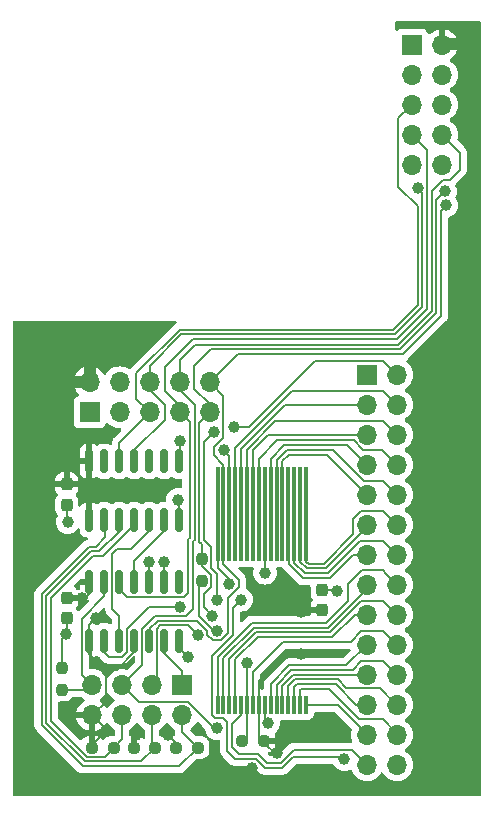
<source format=gbr>
%TF.GenerationSoftware,KiCad,Pcbnew,8.0.8-8.0.8-0~ubuntu24.04.1*%
%TF.CreationDate,2025-02-10T11:27:59-08:00*%
%TF.ProjectId,mem_ext_board,6d656d5f-6578-4745-9f62-6f6172642e6b,rev?*%
%TF.SameCoordinates,Original*%
%TF.FileFunction,Copper,L1,Top*%
%TF.FilePolarity,Positive*%
%FSLAX46Y46*%
G04 Gerber Fmt 4.6, Leading zero omitted, Abs format (unit mm)*
G04 Created by KiCad (PCBNEW 8.0.8-8.0.8-0~ubuntu24.04.1) date 2025-02-10 11:27:59*
%MOMM*%
%LPD*%
G01*
G04 APERTURE LIST*
G04 Aperture macros list*
%AMRoundRect*
0 Rectangle with rounded corners*
0 $1 Rounding radius*
0 $2 $3 $4 $5 $6 $7 $8 $9 X,Y pos of 4 corners*
0 Add a 4 corners polygon primitive as box body*
4,1,4,$2,$3,$4,$5,$6,$7,$8,$9,$2,$3,0*
0 Add four circle primitives for the rounded corners*
1,1,$1+$1,$2,$3*
1,1,$1+$1,$4,$5*
1,1,$1+$1,$6,$7*
1,1,$1+$1,$8,$9*
0 Add four rect primitives between the rounded corners*
20,1,$1+$1,$2,$3,$4,$5,0*
20,1,$1+$1,$4,$5,$6,$7,0*
20,1,$1+$1,$6,$7,$8,$9,0*
20,1,$1+$1,$8,$9,$2,$3,0*%
G04 Aperture macros list end*
%TA.AperFunction,SMDPad,CuDef*%
%ADD10RoundRect,0.075000X0.075000X-0.712500X0.075000X0.712500X-0.075000X0.712500X-0.075000X-0.712500X0*%
%TD*%
%TA.AperFunction,SMDPad,CuDef*%
%ADD11RoundRect,0.075000X0.075000X-3.925000X0.075000X3.925000X-0.075000X3.925000X-0.075000X-3.925000X0*%
%TD*%
%TA.AperFunction,SMDPad,CuDef*%
%ADD12RoundRect,0.237500X0.250000X0.237500X-0.250000X0.237500X-0.250000X-0.237500X0.250000X-0.237500X0*%
%TD*%
%TA.AperFunction,SMDPad,CuDef*%
%ADD13RoundRect,0.237500X-0.250000X-0.237500X0.250000X-0.237500X0.250000X0.237500X-0.250000X0.237500X0*%
%TD*%
%TA.AperFunction,SMDPad,CuDef*%
%ADD14RoundRect,0.150000X0.150000X-0.825000X0.150000X0.825000X-0.150000X0.825000X-0.150000X-0.825000X0*%
%TD*%
%TA.AperFunction,SMDPad,CuDef*%
%ADD15RoundRect,0.237500X-0.237500X0.250000X-0.237500X-0.250000X0.237500X-0.250000X0.237500X0.250000X0*%
%TD*%
%TA.AperFunction,ComponentPad*%
%ADD16R,1.700000X1.700000*%
%TD*%
%TA.AperFunction,ComponentPad*%
%ADD17O,1.700000X1.700000*%
%TD*%
%TA.AperFunction,SMDPad,CuDef*%
%ADD18RoundRect,0.237500X-0.237500X0.300000X-0.237500X-0.300000X0.237500X-0.300000X0.237500X0.300000X0*%
%TD*%
%TA.AperFunction,SMDPad,CuDef*%
%ADD19RoundRect,0.237500X0.237500X-0.250000X0.237500X0.250000X-0.237500X0.250000X-0.237500X-0.250000X0*%
%TD*%
%TA.AperFunction,SMDPad,CuDef*%
%ADD20RoundRect,0.237500X0.237500X-0.300000X0.237500X0.300000X-0.237500X0.300000X-0.237500X-0.300000X0*%
%TD*%
%TA.AperFunction,ViaPad*%
%ADD21C,1.000000*%
%TD*%
%TA.AperFunction,Conductor*%
%ADD22C,0.200000*%
%TD*%
%TA.AperFunction,Conductor*%
%ADD23C,1.000000*%
%TD*%
G04 APERTURE END LIST*
D10*
%TO.P,U2,1,A11*%
%TO.N,/A3*%
X150951547Y-106680000D03*
%TO.P,U2,2,A9*%
%TO.N,/A2*%
X151451547Y-106680000D03*
%TO.P,U2,3,A8*%
%TO.N,/A1*%
X151951547Y-106680000D03*
%TO.P,U2,4,A13*%
%TO.N,/A0*%
X152451547Y-106680000D03*
%TO.P,U2,5,~{WE}*%
%TO.N,/~{WR}*%
X152951547Y-106680000D03*
%TO.P,U2,6,CS2/A17*%
%TO.N,/MA14*%
X153451547Y-106680000D03*
%TO.P,U2,7,A15*%
%TO.N,/A15*%
X153951547Y-106680000D03*
%TO.P,U2,8,VCC*%
%TO.N,+5V*%
X154451547Y-106680000D03*
%TO.P,U2,9,NC/A18*%
%TO.N,/A18*%
X154951547Y-106680000D03*
%TO.P,U2,10,A16*%
%TO.N,/A14*%
X155451547Y-106680000D03*
%TO.P,U2,11,A14*%
%TO.N,/A13*%
X155951547Y-106680000D03*
%TO.P,U2,12,A12*%
%TO.N,/A12*%
X156451547Y-106680000D03*
%TO.P,U2,13,A7*%
%TO.N,/A11*%
X156951547Y-106680000D03*
%TO.P,U2,14,A6*%
%TO.N,/A10*%
X157451547Y-106680000D03*
%TO.P,U2,15,A5*%
%TO.N,/A9*%
X157951547Y-106680000D03*
%TO.P,U2,16,A4*%
%TO.N,/A8*%
X158451547Y-106680000D03*
D11*
%TO.P,U2,17,A3*%
%TO.N,/A7*%
X158451547Y-90492500D03*
%TO.P,U2,18,A2*%
%TO.N,/A6*%
X157951547Y-90492500D03*
%TO.P,U2,19,A1*%
%TO.N,/A5*%
X157451547Y-90492500D03*
%TO.P,U2,20,A0*%
%TO.N,/A4*%
X156951547Y-90492500D03*
%TO.P,U2,21,DQ0*%
%TO.N,/D0*%
X156451547Y-90492500D03*
%TO.P,U2,22,DQ1*%
%TO.N,/D1*%
X155951547Y-90492500D03*
%TO.P,U2,23,DQ2*%
%TO.N,/D2*%
X155451547Y-90492500D03*
%TO.P,U2,24,GND*%
%TO.N,GND*%
X154951547Y-90492500D03*
%TO.P,U2,25,DQ3*%
%TO.N,/D3*%
X154451547Y-90492500D03*
%TO.P,U2,26,DQ4*%
%TO.N,/D4*%
X153951547Y-90492500D03*
%TO.P,U2,27,DQ5*%
%TO.N,/D5*%
X153451547Y-90492500D03*
%TO.P,U2,28,DQ6*%
%TO.N,/D6*%
X152951547Y-90492500D03*
%TO.P,U2,29,DQ7*%
%TO.N,/D7*%
X152451547Y-90492500D03*
%TO.P,U2,30,~{CS1}/~{CE1}*%
%TO.N,/~{CS}*%
X151951547Y-90492500D03*
%TO.P,U2,31,A10*%
%TO.N,/A16*%
X151451547Y-90492500D03*
%TO.P,U2,32,~{OE}*%
%TO.N,/~{RD}*%
X150951547Y-90492500D03*
%TD*%
D12*
%TO.P,R6,1*%
%TO.N,+5V*%
X154872047Y-109728000D03*
%TO.P,R6,2*%
%TO.N,/MA14*%
X153047047Y-109728000D03*
%TD*%
D13*
%TO.P,R1,1*%
%TO.N,+5V*%
X147444047Y-110300000D03*
%TO.P,R1,2*%
%TO.N,Net-(J2-Pin_2)*%
X149269047Y-110300000D03*
%TD*%
D14*
%TO.P,U1,1*%
%TO.N,+5V*%
X140096547Y-91017500D03*
%TO.P,U1,2*%
%TO.N,Net-(J2-Pin_2)*%
X141366547Y-91017500D03*
%TO.P,U1,3*%
%TO.N,Net-(J2-Pin_4)*%
X142636547Y-91017500D03*
%TO.P,U1,4*%
%TO.N,Net-(J2-Pin_6)*%
X143906547Y-91017500D03*
%TO.P,U1,5*%
%TO.N,Net-(U1-Pad5)*%
X145176547Y-91017500D03*
%TO.P,U1,6*%
%TO.N,Net-(U1-Pad6)*%
X146446547Y-91017500D03*
%TO.P,U1,7,GND*%
%TO.N,GND*%
X147716547Y-91017500D03*
%TO.P,U1,8*%
%TO.N,/~{CS}*%
X147716547Y-86067500D03*
%TO.P,U1,9*%
%TO.N,N/C*%
X146446547Y-86067500D03*
%TO.P,U1,10*%
X145176547Y-86067500D03*
%TO.P,U1,11*%
%TO.N,/A20*%
X143906547Y-86067500D03*
%TO.P,U1,12*%
%TO.N,/A21*%
X142636547Y-86067500D03*
%TO.P,U1,13*%
%TO.N,N/C*%
X141366547Y-86067500D03*
%TO.P,U1,14,VCC*%
%TO.N,+5V*%
X140096547Y-86067500D03*
%TD*%
%TO.P,U4,1*%
%TO.N,+5V*%
X140096547Y-101242500D03*
%TO.P,U4,2*%
%TO.N,/~{MREQ}*%
X141366547Y-101242500D03*
%TO.P,U4,3*%
%TO.N,Net-(U1-Pad5)*%
X142636547Y-101242500D03*
%TO.P,U4,4*%
%TO.N,+5V*%
X143906547Y-101242500D03*
%TO.P,U4,5*%
%TO.N,/A16*%
X145176547Y-101242500D03*
%TO.P,U4,6*%
%TO.N,Net-(J2-Pin_1)*%
X146446547Y-101242500D03*
%TO.P,U4,7,GND*%
%TO.N,GND*%
X147716547Y-101242500D03*
%TO.P,U4,8*%
%TO.N,unconnected-(U4-Pad8)*%
X147716547Y-96292500D03*
%TO.P,U4,9*%
%TO.N,GND*%
X146446547Y-96292500D03*
%TO.P,U4,10*%
X145176547Y-96292500D03*
%TO.P,U4,11*%
%TO.N,Net-(U1-Pad6)*%
X143906547Y-96292500D03*
%TO.P,U4,12*%
%TO.N,/A19*%
X142636547Y-96292500D03*
%TO.P,U4,13*%
%TO.N,Net-(J2-Pin_7)*%
X141366547Y-96292500D03*
%TO.P,U4,14,VCC*%
%TO.N,+5V*%
X140096547Y-96292500D03*
%TD*%
D15*
%TO.P,R5,1*%
%TO.N,/A17*%
X149641547Y-94337500D03*
%TO.P,R5,2*%
%TO.N,/MA14*%
X149641547Y-96162500D03*
%TD*%
D16*
%TO.P,J2,1,Pin_1*%
%TO.N,Net-(J2-Pin_1)*%
X147956547Y-105025000D03*
D17*
%TO.P,J2,2,Pin_2*%
%TO.N,Net-(J2-Pin_2)*%
X147956547Y-107565000D03*
%TO.P,J2,3,Pin_3*%
%TO.N,/A17*%
X145416547Y-105025000D03*
%TO.P,J2,4,Pin_4*%
%TO.N,Net-(J2-Pin_4)*%
X145416547Y-107565000D03*
%TO.P,J2,5,Pin_5*%
%TO.N,/A18*%
X142876547Y-105025000D03*
%TO.P,J2,6,Pin_6*%
%TO.N,Net-(J2-Pin_6)*%
X142876547Y-107565000D03*
%TO.P,J2,7,Pin_7*%
%TO.N,Net-(J2-Pin_7)*%
X140336547Y-105025000D03*
%TO.P,J2,8,Pin_8*%
%TO.N,+5V*%
X140336547Y-107565000D03*
%TD*%
D18*
%TO.P,C2,1*%
%TO.N,+5V*%
X138191547Y-88022500D03*
%TO.P,C2,2*%
%TO.N,GND*%
X138191547Y-89747500D03*
%TD*%
D19*
%TO.P,R2,1*%
%TO.N,Net-(J2-Pin_7)*%
X137756547Y-105412500D03*
%TO.P,R2,2*%
%TO.N,GND*%
X137756547Y-103587500D03*
%TD*%
D13*
%TO.P,R4,1*%
%TO.N,+5V*%
X140344047Y-110300000D03*
%TO.P,R4,2*%
%TO.N,Net-(J2-Pin_6)*%
X142169047Y-110300000D03*
%TD*%
D20*
%TO.P,C1,1*%
%TO.N,+5V*%
X159801547Y-98652500D03*
%TO.P,C1,2*%
%TO.N,GND*%
X159801547Y-96927500D03*
%TD*%
D13*
%TO.P,R3,1*%
%TO.N,+5V*%
X143844047Y-110300000D03*
%TO.P,R3,2*%
%TO.N,Net-(J2-Pin_4)*%
X145669047Y-110300000D03*
%TD*%
D18*
%TO.P,C3,1*%
%TO.N,+5V*%
X138191547Y-97612500D03*
%TO.P,C3,2*%
%TO.N,GND*%
X138191547Y-99337500D03*
%TD*%
D16*
%TO.P,J1,1,Pin_1*%
%TO.N,GND*%
X140116547Y-81915000D03*
D17*
%TO.P,J1,2,Pin_2*%
%TO.N,+5V*%
X140116547Y-79375000D03*
%TO.P,J1,3,Pin_3*%
%TO.N,GND*%
X142656547Y-81915000D03*
%TO.P,J1,4,Pin_4*%
X142656547Y-79375000D03*
%TO.P,J1,5,Pin_5*%
%TO.N,/A21*%
X145196547Y-81915000D03*
%TO.P,J1,6,Pin_6*%
%TO.N,/A20*%
X145196547Y-79375000D03*
%TO.P,J1,7,Pin_7*%
%TO.N,/A19*%
X147736547Y-81915000D03*
%TO.P,J1,8,Pin_8*%
%TO.N,/A18*%
X147736547Y-79375000D03*
%TO.P,J1,9,Pin_9*%
%TO.N,/A17*%
X150276547Y-81915000D03*
%TO.P,J1,10,Pin_10*%
%TO.N,/A16*%
X150276547Y-79375000D03*
%TD*%
D16*
%TO.P,J4,1,Pin_1*%
%TO.N,GND*%
X167421547Y-50800000D03*
D17*
%TO.P,J4,2,Pin_2*%
%TO.N,+5V*%
X169961547Y-50800000D03*
%TO.P,J4,3,Pin_3*%
%TO.N,GND*%
X167421547Y-53340000D03*
%TO.P,J4,4,Pin_4*%
X169961547Y-53340000D03*
%TO.P,J4,5,Pin_5*%
%TO.N,/A21*%
X167421547Y-55880000D03*
%TO.P,J4,6,Pin_6*%
%TO.N,/A20*%
X169961547Y-55880000D03*
%TO.P,J4,7,Pin_7*%
%TO.N,/A19*%
X167421547Y-58420000D03*
%TO.P,J4,8,Pin_8*%
%TO.N,/A18*%
X169961547Y-58420000D03*
%TO.P,J4,9,Pin_9*%
%TO.N,/A17*%
X167421547Y-60960000D03*
%TO.P,J4,10,Pin_10*%
%TO.N,/A16*%
X169961547Y-60960000D03*
%TD*%
D16*
%TO.P,J3,1,Pin_1*%
%TO.N,/~{RFSH}*%
X163611547Y-78740000D03*
D17*
%TO.P,J3,2,Pin_2*%
%TO.N,/~{MREQ}*%
X166151547Y-78740000D03*
%TO.P,J3,3,Pin_3*%
%TO.N,/D6*%
X163611547Y-81280000D03*
%TO.P,J3,4,Pin_4*%
%TO.N,/D7*%
X166151547Y-81280000D03*
%TO.P,J3,5,Pin_5*%
%TO.N,/D4*%
X163611547Y-83820000D03*
%TO.P,J3,6,Pin_6*%
%TO.N,/D5*%
X166151547Y-83820000D03*
%TO.P,J3,7,Pin_7*%
%TO.N,/D2*%
X163611547Y-86360000D03*
%TO.P,J3,8,Pin_8*%
%TO.N,/D3*%
X166151547Y-86360000D03*
%TO.P,J3,9,Pin_9*%
%TO.N,/D0*%
X163611547Y-88900000D03*
%TO.P,J3,10,Pin_10*%
%TO.N,/D1*%
X166151547Y-88900000D03*
%TO.P,J3,11,Pin_11*%
%TO.N,/A6*%
X163611547Y-91440000D03*
%TO.P,J3,12,Pin_12*%
%TO.N,/A7*%
X166151547Y-91440000D03*
%TO.P,J3,13,Pin_13*%
%TO.N,/A4*%
X163611547Y-93980000D03*
%TO.P,J3,14,Pin_14*%
%TO.N,/A5*%
X166151547Y-93980000D03*
%TO.P,J3,15,Pin_15*%
%TO.N,/A2*%
X163611547Y-96520000D03*
%TO.P,J3,16,Pin_16*%
%TO.N,/A3*%
X166151547Y-96520000D03*
%TO.P,J3,17,Pin_17*%
%TO.N,/A0*%
X163611547Y-99060000D03*
%TO.P,J3,18,Pin_18*%
%TO.N,/A1*%
X166151547Y-99060000D03*
%TO.P,J3,19,Pin_19*%
%TO.N,/A14*%
X163611547Y-101600000D03*
%TO.P,J3,20,Pin_20*%
%TO.N,/A15*%
X166151547Y-101600000D03*
%TO.P,J3,21,Pin_21*%
%TO.N,/A12*%
X163611547Y-104140000D03*
%TO.P,J3,22,Pin_22*%
%TO.N,/A13*%
X166151547Y-104140000D03*
%TO.P,J3,23,Pin_23*%
%TO.N,/A10*%
X163611547Y-106680000D03*
%TO.P,J3,24,Pin_24*%
%TO.N,/A11*%
X166151547Y-106680000D03*
%TO.P,J3,25,Pin_25*%
%TO.N,/A8*%
X163611547Y-109220000D03*
%TO.P,J3,26,Pin_26*%
%TO.N,/A9*%
X166151547Y-109220000D03*
%TO.P,J3,27,Pin_27*%
%TO.N,/~{WR}*%
X163611547Y-111760000D03*
%TO.P,J3,28,Pin_28*%
%TO.N,/~{RD}*%
X166151547Y-111760000D03*
%TD*%
D21*
%TO.N,/~{RD}*%
X151884361Y-96447814D03*
%TO.N,GND*%
X154975547Y-95504000D03*
X138156547Y-100700000D03*
X161071547Y-97028000D03*
X146456547Y-94600000D03*
X138256547Y-91200000D03*
X147611547Y-89340000D03*
X148456547Y-102600000D03*
X145156547Y-94600000D03*
%TO.N,+5V*%
X158011547Y-102340000D03*
X141456547Y-109000000D03*
X144056547Y-109200000D03*
X140622233Y-99365686D03*
X155956547Y-110800000D03*
X139456547Y-97612500D03*
X137656547Y-94100000D03*
X146756547Y-109200000D03*
X158021547Y-98806000D03*
X153888406Y-112068141D03*
%TO.N,/A16*%
X170325972Y-64401857D03*
%TO.N,/A17*%
X150501357Y-99147752D03*
X170209734Y-63207498D03*
X149288361Y-100765678D03*
%TO.N,/A18*%
X150911547Y-108649436D03*
X155251547Y-108213000D03*
%TO.N,/A20*%
X167891547Y-62940000D03*
%TO.N,/~{RD}*%
X161698205Y-111290000D03*
X152943547Y-97790000D03*
%TO.N,/~{MREQ}*%
X150911547Y-97790000D03*
X152356547Y-83200000D03*
X150651547Y-83566000D03*
X147766125Y-98368000D03*
%TO.N,/~{CS}*%
X147786547Y-84328000D03*
X151477233Y-85147686D03*
%TO.N,/MA14*%
X150888362Y-100436814D03*
X153451547Y-103124000D03*
%TD*%
D22*
%TO.N,/A18*%
X154951547Y-107913000D02*
X154951547Y-106680000D01*
X155251547Y-108213000D02*
X154951547Y-107913000D01*
%TO.N,+5V*%
X158011547Y-102340000D02*
X156775547Y-102340000D01*
X156775547Y-102340000D02*
X154451547Y-104664000D01*
X154451547Y-104664000D02*
X154451547Y-106680000D01*
%TO.N,/A14*%
X155451547Y-106680000D02*
X155451547Y-104925776D01*
X155451547Y-104925776D02*
X157037323Y-103340000D01*
X157037323Y-103340000D02*
X161871547Y-103340000D01*
X161871547Y-103340000D02*
X163611547Y-101600000D01*
%TO.N,/A13*%
X155951547Y-106680000D02*
X155951547Y-104991462D01*
X155951547Y-104991462D02*
X157203009Y-103740000D01*
X157203009Y-103740000D02*
X162385201Y-103740000D01*
X162385201Y-103740000D02*
X163135201Y-102990000D01*
X163135201Y-102990000D02*
X165001547Y-102990000D01*
X165001547Y-102990000D02*
X166151547Y-104140000D01*
%TO.N,GND*%
X147716547Y-89445000D02*
X147716547Y-91017500D01*
X147611547Y-89340000D02*
X147716547Y-89445000D01*
%TO.N,/D5*%
X153451547Y-87305000D02*
X153451547Y-93793781D01*
X153451547Y-93793781D02*
X153466346Y-93808580D01*
%TO.N,/D6*%
X152951547Y-87305000D02*
X152951547Y-93793781D01*
X152951547Y-93793781D02*
X152966346Y-93808580D01*
%TO.N,/D7*%
X152451547Y-87305000D02*
X152451547Y-93793781D01*
X152451547Y-93793781D02*
X152466346Y-93808580D01*
%TO.N,/~{CS}*%
X151951547Y-87305000D02*
X151951547Y-93793781D01*
X151951547Y-93793781D02*
X151966346Y-93808580D01*
X147786547Y-84328000D02*
X147786547Y-85997500D01*
X147786547Y-85997500D02*
X147716547Y-86067500D01*
X151951547Y-85622000D02*
X151951547Y-87305000D01*
X151477233Y-85147686D02*
X151951547Y-85622000D01*
%TO.N,/A16*%
X150276547Y-79375000D02*
X150296547Y-79375000D01*
X151419547Y-84074000D02*
X150657547Y-84836000D01*
X150296547Y-79375000D02*
X151451547Y-80530000D01*
X151451547Y-80530000D02*
X151451547Y-84074000D01*
X150657547Y-85566000D02*
X151451547Y-86360000D01*
X151451547Y-84074000D02*
X151419547Y-84074000D01*
X150657547Y-84836000D02*
X150657547Y-85566000D01*
X151451547Y-86360000D02*
X151451547Y-87305000D01*
%TO.N,/~{MREQ}*%
X149806547Y-92702278D02*
X150416547Y-93312278D01*
X150651547Y-83566000D02*
X149806547Y-84411000D01*
X150416547Y-93312278D02*
X150416547Y-95117592D01*
X149806547Y-84411000D02*
X149806547Y-92702278D01*
X150416547Y-95117592D02*
X150911547Y-95612592D01*
X150911547Y-95612592D02*
X150911547Y-97790000D01*
%TO.N,/~{RD}*%
X151884361Y-96447814D02*
X151884361Y-96019720D01*
X151884361Y-96019720D02*
X150966346Y-95101705D01*
X150966346Y-95101705D02*
X150966346Y-93808580D01*
%TO.N,/A16*%
X145176547Y-101242500D02*
X145176547Y-100267501D01*
X145176547Y-100267501D02*
X145876048Y-99568000D01*
X152756547Y-96707000D02*
X152756547Y-96079000D01*
X145876048Y-99568000D02*
X149222054Y-99568000D01*
X150556990Y-101236814D02*
X151219732Y-101236814D01*
X149222054Y-99568000D02*
X150088361Y-100434307D01*
X151219732Y-101236814D02*
X151851547Y-100604999D01*
X150088361Y-100434307D02*
X150088361Y-100768185D01*
X150088361Y-100768185D02*
X150556990Y-101236814D01*
X151851547Y-100604999D02*
X151851547Y-97612000D01*
X151851547Y-97612000D02*
X152756547Y-96707000D01*
X152756547Y-96079000D02*
X151451547Y-94774000D01*
X151451547Y-94774000D02*
X151451547Y-87305000D01*
%TO.N,/A17*%
X150501357Y-99147752D02*
X149787547Y-98433942D01*
X149787547Y-98433942D02*
X149787547Y-97330361D01*
X149787547Y-97330361D02*
X150416547Y-96701361D01*
X150416547Y-96701361D02*
X150416547Y-95683278D01*
X150416547Y-95683278D02*
X149641547Y-94908278D01*
X149641547Y-94908278D02*
X149641547Y-94337500D01*
%TO.N,/A18*%
X147736547Y-79375000D02*
X147736547Y-80010000D01*
X147736547Y-80010000D02*
X149006547Y-81280000D01*
X149006547Y-81280000D02*
X149006547Y-92702278D01*
X149006547Y-92702278D02*
X148866547Y-92842278D01*
X144576547Y-100226948D02*
X144576547Y-103325000D01*
X148866547Y-92842278D02*
X148866547Y-98565000D01*
X144576547Y-103325000D02*
X142876547Y-105025000D01*
X148866547Y-98565000D02*
X148263547Y-99168000D01*
X148263547Y-99168000D02*
X145635495Y-99168000D01*
X145635495Y-99168000D02*
X144576547Y-100226948D01*
%TO.N,/A17*%
X149641547Y-93102963D02*
X149641547Y-94337500D01*
X149406547Y-82785000D02*
X149406547Y-92867963D01*
X149406547Y-92867963D02*
X149641547Y-93102963D01*
%TO.N,/MA14*%
X150659047Y-100436814D02*
X149387547Y-99165314D01*
%TO.N,/A17*%
X150276547Y-81915000D02*
X149406547Y-82785000D01*
%TO.N,/MA14*%
X150888362Y-100436814D02*
X150659047Y-100436814D01*
X149387547Y-99165314D02*
X149387547Y-96416500D01*
X149387547Y-96416500D02*
X149641547Y-96162500D01*
%TO.N,/~{RD}*%
X151781547Y-108133628D02*
X151781547Y-110598000D01*
X151783611Y-108131564D02*
X151781547Y-108133628D01*
X152251547Y-100770686D02*
X150501547Y-102520686D01*
X151419547Y-107767500D02*
X151783611Y-108131564D01*
X150719137Y-107767500D02*
X151419547Y-107767500D01*
X150501547Y-107549910D02*
X150719137Y-107767500D01*
X150501547Y-102520686D02*
X150501547Y-107549910D01*
X152251547Y-98482000D02*
X152251547Y-100770686D01*
X152943547Y-97790000D02*
X152251547Y-98482000D01*
X154208592Y-111256955D02*
X154951637Y-112000000D01*
X156453604Y-112000000D02*
X157328604Y-111125000D01*
X151781547Y-110598000D02*
X152440502Y-111256955D01*
X152440502Y-111256955D02*
X154208592Y-111256955D01*
X154951637Y-112000000D02*
X156453604Y-112000000D01*
X157328604Y-111125000D02*
X161533205Y-111125000D01*
X161533205Y-111125000D02*
X161698205Y-111290000D01*
%TO.N,/D4*%
X153951547Y-87305000D02*
X153951547Y-93793781D01*
X153951547Y-93793781D02*
X153966346Y-93808580D01*
%TO.N,/D3*%
X154451547Y-87305000D02*
X154451547Y-93793781D01*
X154451547Y-93793781D02*
X154466346Y-93808580D01*
%TO.N,/D0*%
X156451547Y-87305000D02*
X156451547Y-93793781D01*
X156451547Y-93793781D02*
X156466346Y-93808580D01*
%TO.N,/D1*%
X155951547Y-87305000D02*
X155951547Y-93793781D01*
X155951547Y-93793781D02*
X155966346Y-93808580D01*
%TO.N,/D2*%
X155451547Y-87305000D02*
X155451547Y-93793781D01*
X155451547Y-93793781D02*
X155466346Y-93808580D01*
%TO.N,GND*%
X154966346Y-93808580D02*
X154966346Y-87319799D01*
X154966346Y-87319799D02*
X154951547Y-87305000D01*
X154966346Y-95494799D02*
X154975547Y-95504000D01*
X154966346Y-93808580D02*
X154966346Y-95494799D01*
%TO.N,/A4*%
X156951547Y-87305000D02*
X156951547Y-93793781D01*
X156951547Y-93793781D02*
X156966346Y-93808580D01*
%TO.N,/A5*%
X157451547Y-87305000D02*
X157451547Y-93793781D01*
X157451547Y-93793781D02*
X157466346Y-93808580D01*
%TO.N,/A6*%
X157951547Y-87305000D02*
X157951547Y-93793781D01*
X157951547Y-93793781D02*
X157966346Y-93808580D01*
%TO.N,/A7*%
X158451547Y-87305000D02*
X158451547Y-93793781D01*
X158451547Y-93793781D02*
X158466346Y-93808580D01*
X166151547Y-91440000D02*
X165001547Y-90290000D01*
X165001547Y-90290000D02*
X163135201Y-90290000D01*
X163135201Y-90290000D02*
X162461547Y-90963654D01*
X162461547Y-90963654D02*
X162461547Y-92220628D01*
X159940175Y-94742000D02*
X158658042Y-94742000D01*
X162461547Y-92220628D02*
X159940175Y-94742000D01*
X158658042Y-94742000D02*
X158466346Y-94550304D01*
X158466346Y-94550304D02*
X158466346Y-93808580D01*
%TO.N,/A6*%
X163611547Y-91440000D02*
X163611547Y-91636314D01*
X163611547Y-91636314D02*
X160105861Y-95142000D01*
X158492356Y-95142000D02*
X157966346Y-94615990D01*
X160105861Y-95142000D02*
X158492356Y-95142000D01*
X157966346Y-94615990D02*
X157966346Y-93808580D01*
%TO.N,/A4*%
X156966346Y-93808580D02*
X156966346Y-94747362D01*
X160437233Y-95942000D02*
X162399233Y-93980000D01*
X156966346Y-94747362D02*
X158160984Y-95942000D01*
X158160984Y-95942000D02*
X160437233Y-95942000D01*
X162399233Y-93980000D02*
X163611547Y-93980000D01*
%TO.N,/A5*%
X157466346Y-93808580D02*
X157466346Y-94681676D01*
X162983547Y-92830000D02*
X165001547Y-92830000D01*
X157466346Y-94681676D02*
X158326670Y-95542000D01*
X158326670Y-95542000D02*
X160271547Y-95542000D01*
X160271547Y-95542000D02*
X162983547Y-92830000D01*
X165001547Y-92830000D02*
X166151547Y-93980000D01*
%TO.N,GND*%
X161071547Y-97028000D02*
X160971047Y-96927500D01*
X160971047Y-96927500D02*
X159801547Y-96927500D01*
%TO.N,+5V*%
X158021547Y-98806000D02*
X158175047Y-98652500D01*
X158175047Y-98652500D02*
X159801547Y-98652500D01*
%TO.N,/A3*%
X166151547Y-96520000D02*
X165231547Y-95600000D01*
X165231547Y-95600000D02*
X165221547Y-95600000D01*
X162021547Y-97860628D02*
X160136175Y-99746000D01*
X165221547Y-95600000D02*
X164921547Y-95300000D01*
X164921547Y-95300000D02*
X163205201Y-95300000D01*
X163205201Y-95300000D02*
X162021547Y-96483654D01*
X160136175Y-99746000D02*
X153841919Y-99746000D01*
X162021547Y-96483654D02*
X162021547Y-97860628D01*
X153841919Y-99746000D02*
X150951547Y-102636372D01*
X150951547Y-102636372D02*
X150951547Y-106680000D01*
%TO.N,/A2*%
X151451547Y-106680000D02*
X151451547Y-102702058D01*
X163611547Y-96836314D02*
X163611547Y-96520000D01*
X151451547Y-102702058D02*
X154007605Y-100146000D01*
X154007605Y-100146000D02*
X160301861Y-100146000D01*
X160301861Y-100146000D02*
X163611547Y-96836314D01*
%TO.N,/A1*%
X151951547Y-106680000D02*
X151951547Y-102767744D01*
X151951547Y-102767744D02*
X154173291Y-100546000D01*
X154173291Y-100546000D02*
X160467547Y-100546000D01*
X165001547Y-97910000D02*
X166151547Y-99060000D01*
X160467547Y-100546000D02*
X163103547Y-97910000D01*
X163103547Y-97910000D02*
X165001547Y-97910000D01*
%TO.N,/A0*%
X163611547Y-99060000D02*
X162561547Y-99060000D01*
X162561547Y-99060000D02*
X160675547Y-100946000D01*
X160675547Y-100946000D02*
X154338977Y-100946000D01*
X154338977Y-100946000D02*
X152451547Y-102833430D01*
X152451547Y-102833430D02*
X152451547Y-106680000D01*
%TO.N,/MA14*%
X153451547Y-103124000D02*
X153451547Y-106680000D01*
%TO.N,/A15*%
X153951547Y-106680000D02*
X153951547Y-103894000D01*
X153951547Y-103894000D02*
X156499547Y-101346000D01*
X163135201Y-100450000D02*
X165001547Y-100450000D01*
X156499547Y-101346000D02*
X162239201Y-101346000D01*
X162239201Y-101346000D02*
X163135201Y-100450000D01*
X165001547Y-100450000D02*
X166151547Y-101600000D01*
%TO.N,GND*%
X147716547Y-101860000D02*
X148456547Y-102600000D01*
X137756547Y-103587500D02*
X137756547Y-101100000D01*
X138191547Y-99337500D02*
X138191547Y-100665000D01*
X138191547Y-91135000D02*
X138256547Y-91200000D01*
X137756547Y-101100000D02*
X138156547Y-100700000D01*
X146446547Y-96292500D02*
X146446547Y-94610000D01*
X147716547Y-101242500D02*
X147716547Y-101860000D01*
X146446547Y-94610000D02*
X146456547Y-94600000D01*
X138191547Y-100665000D02*
X138156547Y-100700000D01*
X138191547Y-89747500D02*
X138191547Y-91135000D01*
X145176547Y-94620000D02*
X145156547Y-94600000D01*
X145176547Y-96292500D02*
X145176547Y-94620000D01*
%TO.N,+5V*%
X155956547Y-110800000D02*
X155793547Y-110800000D01*
X154451547Y-109458000D02*
X154975547Y-109982000D01*
X140096547Y-97260000D02*
X140096547Y-96292500D01*
X147444047Y-110300000D02*
X147444047Y-109887500D01*
X141456547Y-109000000D02*
X141456547Y-108685000D01*
X139744047Y-97612500D02*
X140096547Y-97260000D01*
X140096547Y-102340000D02*
X141486547Y-103730000D01*
X143906547Y-101242500D02*
X143906547Y-102250000D01*
X143906547Y-102250000D02*
X142426547Y-103730000D01*
D23*
X170021547Y-50740000D02*
X172111547Y-50740000D01*
D22*
X140344047Y-110300000D02*
X140344047Y-110112500D01*
X139434047Y-88022500D02*
X140096547Y-87360000D01*
X140096547Y-99891372D02*
X140622233Y-99365686D01*
X155793547Y-110800000D02*
X154975547Y-109982000D01*
X141486547Y-103730000D02*
X141486547Y-106415000D01*
D23*
X140116547Y-79375000D02*
X140116547Y-76835000D01*
D22*
X140344047Y-110112500D02*
X141456547Y-109000000D01*
X138191547Y-97612500D02*
X139744047Y-97612500D01*
X154451547Y-106680000D02*
X154451547Y-109458000D01*
X140096547Y-87360000D02*
X140096547Y-86067500D01*
X141486547Y-106415000D02*
X140336547Y-107565000D01*
X143844047Y-110300000D02*
X143844047Y-109412500D01*
D23*
X169961547Y-50800000D02*
X170021547Y-50740000D01*
D22*
X141456547Y-108685000D02*
X140336547Y-107565000D01*
X147444047Y-109887500D02*
X146756547Y-109200000D01*
D23*
X140116547Y-79375000D02*
X136941547Y-79375000D01*
D22*
X138191547Y-88022500D02*
X139434047Y-88022500D01*
X143844047Y-109412500D02*
X144056547Y-109200000D01*
X140096547Y-91017500D02*
X140096547Y-88685000D01*
X140096547Y-101242500D02*
X140096547Y-99891372D01*
X142426547Y-103730000D02*
X141486547Y-103730000D01*
X140096547Y-101242500D02*
X140096547Y-102340000D01*
X140096547Y-88685000D02*
X139434047Y-88022500D01*
%TO.N,/A19*%
X148586547Y-91987000D02*
X148586547Y-92556592D01*
X146466547Y-78105000D02*
X148841547Y-75730000D01*
X148086047Y-97567500D02*
X143323047Y-97567500D01*
X148841547Y-75730000D02*
X166125175Y-75730000D01*
X148466547Y-92676592D02*
X148466547Y-97187000D01*
X147736547Y-81349314D02*
X146466547Y-80079314D01*
X147736547Y-81915000D02*
X148586547Y-82765000D01*
X168691547Y-59690000D02*
X167421547Y-58420000D01*
X142636547Y-96881000D02*
X142636547Y-96292500D01*
X168691547Y-73163628D02*
X168691547Y-59690000D01*
X166125175Y-75730000D02*
X168691547Y-73163628D01*
X148586547Y-82765000D02*
X148586547Y-91987000D01*
X146466547Y-80079314D02*
X146466547Y-78105000D01*
X148466547Y-97187000D02*
X148086047Y-97567500D01*
X147736547Y-81915000D02*
X147736547Y-81349314D01*
X143323047Y-97567500D02*
X142636547Y-96881000D01*
X148586547Y-92556592D02*
X148466547Y-92676592D01*
%TO.N,/~{WR}*%
X152181547Y-110267222D02*
X152181547Y-108299314D01*
X154364435Y-110847112D02*
X152761437Y-110847112D01*
X156287918Y-111600000D02*
X155117323Y-111600000D01*
X152761437Y-110847112D02*
X152181547Y-110267222D01*
X152181547Y-108299314D02*
X152951547Y-107529314D01*
X157397918Y-110490000D02*
X156287918Y-111600000D01*
X163611547Y-111760000D02*
X162341547Y-110490000D01*
X162341547Y-110490000D02*
X157397918Y-110490000D01*
X155117323Y-111600000D02*
X154364435Y-110847112D01*
X152951547Y-107529314D02*
X152951547Y-106680000D01*
%TO.N,/A16*%
X166621547Y-77000000D02*
X152651547Y-77000000D01*
X169891547Y-73730000D02*
X166621547Y-77000000D01*
X170325972Y-64401857D02*
X169891547Y-64836282D01*
X169891547Y-64836282D02*
X169891547Y-73730000D01*
X152651547Y-77000000D02*
X150276547Y-79375000D01*
%TO.N,/A17*%
X148971890Y-79936689D02*
X150276547Y-81241346D01*
X150394047Y-76600000D02*
X148971890Y-78022157D01*
X166386547Y-76600000D02*
X150394047Y-76600000D01*
X148971890Y-78022157D02*
X148971890Y-79936689D01*
X149288361Y-100765678D02*
X148490183Y-99967500D01*
X150276547Y-81241346D02*
X150276547Y-81915000D01*
X169491547Y-73495000D02*
X166386547Y-76600000D01*
X169491547Y-63925685D02*
X169491547Y-73495000D01*
X145846547Y-100226948D02*
X145846547Y-104595000D01*
X146105995Y-99967500D02*
X145846547Y-100226948D01*
X148490183Y-99967500D02*
X146105995Y-99967500D01*
X170209734Y-63207498D02*
X169491547Y-63925685D01*
X145846547Y-104595000D02*
X145416547Y-105025000D01*
%TO.N,/A18*%
X166220861Y-76200000D02*
X169091547Y-73329314D01*
X149006547Y-76200000D02*
X166220861Y-76200000D01*
X150667329Y-108649436D02*
X148432893Y-106415000D01*
X169091547Y-63194314D02*
X170045861Y-62240000D01*
X144266547Y-106415000D02*
X142876547Y-105025000D01*
X150911547Y-108649436D02*
X150667329Y-108649436D01*
X147736547Y-79375000D02*
X147736547Y-77470000D01*
X147736547Y-77470000D02*
X149006547Y-76200000D01*
X171466547Y-61385000D02*
X171466547Y-59925000D01*
X169091547Y-73329314D02*
X169091547Y-63194314D01*
X170611547Y-62240000D02*
X171466547Y-61385000D01*
X171466547Y-59925000D02*
X169961547Y-58420000D01*
X148432893Y-106415000D02*
X144266547Y-106415000D01*
X170045861Y-62240000D02*
X170611547Y-62240000D01*
%TO.N,/D6*%
X152951547Y-85001372D02*
X156672919Y-81280000D01*
X156672919Y-81280000D02*
X163611547Y-81280000D01*
X152951547Y-87305000D02*
X152951547Y-85001372D01*
%TO.N,/D7*%
X152451547Y-87305000D02*
X152451547Y-84935686D01*
X165001547Y-80130000D02*
X166151547Y-81280000D01*
X157257233Y-80130000D02*
X165001547Y-80130000D01*
X152451547Y-84935686D02*
X157257233Y-80130000D01*
%TO.N,/A10*%
X157700067Y-104940000D02*
X160955861Y-104940000D01*
X162695861Y-106680000D02*
X163611547Y-106680000D01*
X157451547Y-105188520D02*
X157700067Y-104940000D01*
X160955861Y-104940000D02*
X162695861Y-106680000D01*
X157451547Y-106680000D02*
X157451547Y-105188520D01*
%TO.N,/A8*%
X158451547Y-106680000D02*
X161135861Y-106680000D01*
X163611547Y-109155686D02*
X163611547Y-109220000D01*
X161135861Y-106680000D02*
X163611547Y-109155686D01*
%TO.N,/A20*%
X145196547Y-79375000D02*
X145196547Y-80010000D01*
X145196547Y-80010000D02*
X146466547Y-81280000D01*
X165959489Y-75330000D02*
X147902233Y-75330000D01*
X147902233Y-75330000D02*
X145196547Y-78035686D01*
X168291547Y-63340000D02*
X168291547Y-72997942D01*
X143906547Y-85092501D02*
X143906547Y-86067500D01*
X167891547Y-62940000D02*
X168291547Y-63340000D01*
X146466547Y-81280000D02*
X146466547Y-82532501D01*
X146466547Y-82532501D02*
X143906547Y-85092501D01*
X145196547Y-78035686D02*
X145196547Y-79375000D01*
X168291547Y-72997942D02*
X165959489Y-75330000D01*
%TO.N,/A11*%
X164711547Y-105290000D02*
X166101547Y-106680000D01*
X161121547Y-104540000D02*
X161871547Y-105290000D01*
X161871547Y-105290000D02*
X164711547Y-105290000D01*
X156951547Y-106680000D02*
X156951547Y-105122834D01*
X157534381Y-104540000D02*
X161121547Y-104540000D01*
X166101547Y-106680000D02*
X166151547Y-106680000D01*
X156951547Y-105122834D02*
X157534381Y-104540000D01*
%TO.N,/D1*%
X163371547Y-87750000D02*
X165001547Y-87750000D01*
X155951547Y-87305000D02*
X155951547Y-85970000D01*
X165001547Y-87750000D02*
X166151547Y-88900000D01*
X156821547Y-85100000D02*
X160721547Y-85100000D01*
X160721547Y-85100000D02*
X163371547Y-87750000D01*
X155951547Y-85970000D02*
X156821547Y-85100000D01*
%TO.N,/D3*%
X164891547Y-85100000D02*
X166151547Y-86360000D01*
X154451547Y-85870000D02*
X156021547Y-84300000D01*
X156021547Y-84300000D02*
X162465201Y-84300000D01*
X154451547Y-87305000D02*
X154451547Y-85870000D01*
X162465201Y-84300000D02*
X163265201Y-85100000D01*
X163265201Y-85100000D02*
X164891547Y-85100000D01*
%TO.N,/D2*%
X155451547Y-85870000D02*
X156621547Y-84700000D01*
X161951547Y-84700000D02*
X163611547Y-86360000D01*
X156621547Y-84700000D02*
X161951547Y-84700000D01*
X155451547Y-87305000D02*
X155451547Y-85870000D01*
%TO.N,/D4*%
X153951547Y-87305000D02*
X153951547Y-85132744D01*
X155264291Y-83820000D02*
X163611547Y-83820000D01*
X153951547Y-85132744D02*
X155264291Y-83820000D01*
%TO.N,/D0*%
X160211547Y-85500000D02*
X163611547Y-88900000D01*
X156451547Y-86035686D02*
X156987233Y-85500000D01*
X156451547Y-87305000D02*
X156451547Y-86035686D01*
X156987233Y-85500000D02*
X160211547Y-85500000D01*
%TO.N,/D5*%
X153451547Y-87305000D02*
X153451547Y-85067058D01*
X155848605Y-82670000D02*
X165001547Y-82670000D01*
X165001547Y-82670000D02*
X166151547Y-83820000D01*
X153451547Y-85067058D02*
X155848605Y-82670000D01*
%TO.N,/A12*%
X156451547Y-105057148D02*
X157368695Y-104140000D01*
X157368695Y-104140000D02*
X163611547Y-104140000D01*
X156451547Y-106680000D02*
X156451547Y-105057148D01*
%TO.N,/A9*%
X162921547Y-107900000D02*
X164921547Y-107900000D01*
X166151547Y-109130000D02*
X166151547Y-109220000D01*
X157951547Y-105425794D02*
X158037341Y-105340000D01*
X160361547Y-105340000D02*
X162921547Y-107900000D01*
X157951547Y-106680000D02*
X157951547Y-105425794D01*
X158037341Y-105340000D02*
X160361547Y-105340000D01*
X164921547Y-107900000D02*
X166151547Y-109130000D01*
%TO.N,/A21*%
X167891547Y-64440685D02*
X166271547Y-62820685D01*
X166271547Y-57030000D02*
X167421547Y-55880000D01*
X142636547Y-84475000D02*
X142636547Y-86067500D01*
X144046547Y-80765000D02*
X144046547Y-78620000D01*
X144046547Y-78620000D02*
X147736547Y-74930000D01*
X145196547Y-81915000D02*
X144046547Y-80765000D01*
X147736547Y-74930000D02*
X165793803Y-74930000D01*
X165793803Y-74930000D02*
X167891547Y-72832256D01*
X166271547Y-62820685D02*
X166271547Y-57030000D01*
X167891547Y-72832256D02*
X167891547Y-64440685D01*
X145196547Y-81915000D02*
X142636547Y-84475000D01*
%TO.N,/~{MREQ}*%
X145165495Y-98368000D02*
X143306547Y-100226948D01*
X141366547Y-102217499D02*
X141366547Y-101242500D01*
X147766125Y-98368000D02*
X145165495Y-98368000D01*
X152356547Y-83200000D02*
X153621547Y-83200000D01*
X142894599Y-102600000D02*
X141749048Y-102600000D01*
X143306547Y-100226948D02*
X143306547Y-102188052D01*
X143306547Y-102188052D02*
X142894599Y-102600000D01*
X141749048Y-102600000D02*
X141366547Y-102217499D01*
X159231547Y-77590000D02*
X165001547Y-77590000D01*
X153621547Y-83200000D02*
X159231547Y-77590000D01*
X165001547Y-77590000D02*
X166151547Y-78740000D01*
%TO.N,Net-(J2-Pin_2)*%
X139533453Y-111875000D02*
X147694047Y-111875000D01*
X136056547Y-108398094D02*
X139533453Y-111875000D01*
X136056547Y-97311906D02*
X136056547Y-108398094D01*
X147956547Y-108987500D02*
X149269047Y-110300000D01*
X141456547Y-92500000D02*
X140656547Y-93300000D01*
X147694047Y-111875000D02*
X149269047Y-110300000D01*
X139834139Y-93534315D02*
X136056547Y-97311906D01*
X141456547Y-91107500D02*
X141456547Y-92500000D01*
X140656547Y-93300000D02*
X140068453Y-93300000D01*
X147956547Y-107565000D02*
X147956547Y-108987500D01*
X141366547Y-91017500D02*
X141456547Y-91107500D01*
X140068453Y-93300000D02*
X139834139Y-93534315D01*
%TO.N,Net-(J2-Pin_1)*%
X147956547Y-103800000D02*
X147956547Y-105025000D01*
X146446547Y-101242500D02*
X146446547Y-102290000D01*
X146446547Y-102290000D02*
X147956547Y-103800000D01*
%TO.N,Net-(J2-Pin_7)*%
X139456547Y-104145000D02*
X140336547Y-105025000D01*
X139456547Y-99400000D02*
X139456547Y-104145000D01*
X141366547Y-96292500D02*
X141366547Y-97490000D01*
X141366547Y-97490000D02*
X139456547Y-99400000D01*
X139974047Y-105387500D02*
X140336547Y-105025000D01*
X137756547Y-105387500D02*
X139974047Y-105387500D01*
%TO.N,Net-(J2-Pin_4)*%
X139699139Y-111475000D02*
X144494047Y-111475000D01*
X140234139Y-93700000D02*
X136456547Y-97477592D01*
X142636547Y-91017500D02*
X142636547Y-92020000D01*
X140956547Y-93700000D02*
X140234139Y-93700000D01*
X145416547Y-110047500D02*
X145669047Y-110300000D01*
X142636547Y-92020000D02*
X140956547Y-93700000D01*
X136456547Y-97477592D02*
X136456547Y-108232408D01*
X145416547Y-107565000D02*
X145416547Y-110047500D01*
X136456547Y-108232408D02*
X139699139Y-111475000D01*
X144494047Y-111475000D02*
X145669047Y-110300000D01*
%TO.N,Net-(J2-Pin_6)*%
X143906547Y-91017500D02*
X143906547Y-91450000D01*
X142876547Y-107565000D02*
X142876547Y-109592500D01*
X136856547Y-108066722D02*
X139864825Y-111075000D01*
X142876547Y-109592500D02*
X142169047Y-110300000D01*
X140399825Y-94100000D02*
X136856547Y-97643278D01*
X139864825Y-111075000D02*
X141394047Y-111075000D01*
X141394047Y-111075000D02*
X142169047Y-110300000D01*
X136856547Y-97643278D02*
X136856547Y-108066722D01*
X141256547Y-94100000D02*
X140399825Y-94100000D01*
X143906547Y-91450000D02*
X141256547Y-94100000D01*
%TO.N,Net-(U1-Pad6)*%
X143906547Y-94532499D02*
X143906547Y-96292500D01*
X146446547Y-91017500D02*
X146446547Y-91992499D01*
X146446547Y-91992499D02*
X143906547Y-94532499D01*
%TO.N,Net-(U1-Pad5)*%
X145176547Y-91017500D02*
X145176547Y-91992499D01*
X145176547Y-91992499D02*
X143669046Y-93500000D01*
X142422233Y-93500000D02*
X142036547Y-93885686D01*
X142036547Y-98600000D02*
X142636547Y-99200000D01*
X142036547Y-93885686D02*
X142036547Y-98600000D01*
X142636547Y-99200000D02*
X142636547Y-101242500D01*
X143669046Y-93500000D02*
X142422233Y-93500000D01*
%TO.N,/MA14*%
X153451547Y-109681000D02*
X153451547Y-106680000D01*
X153150547Y-109982000D02*
X153451547Y-109681000D01*
%TO.N,/~{RD}*%
X150951547Y-87305000D02*
X150951547Y-93793781D01*
X150951547Y-93793781D02*
X150966346Y-93808580D01*
%TD*%
%TA.AperFunction,Conductor*%
%TO.N,+5V*%
G36*
X173214086Y-48780185D02*
G01*
X173259841Y-48832989D01*
X173271047Y-48884500D01*
X173271047Y-114310500D01*
X173251362Y-114377539D01*
X173198558Y-114423294D01*
X173147047Y-114434500D01*
X133756047Y-114434500D01*
X133689008Y-114414815D01*
X133643253Y-114362011D01*
X133632047Y-114310500D01*
X133632047Y-87673345D01*
X137216547Y-87673345D01*
X137216547Y-87772500D01*
X137941547Y-87772500D01*
X138441547Y-87772500D01*
X139166546Y-87772500D01*
X139166546Y-87673360D01*
X139166545Y-87673345D01*
X139156227Y-87572347D01*
X139102000Y-87408699D01*
X139101995Y-87408688D01*
X139011494Y-87261965D01*
X139011491Y-87261961D01*
X138889585Y-87140055D01*
X138889581Y-87140052D01*
X138742858Y-87049551D01*
X138742847Y-87049546D01*
X138579199Y-86995319D01*
X138478201Y-86985000D01*
X138441547Y-86985000D01*
X138441547Y-87772500D01*
X137941547Y-87772500D01*
X137941547Y-86985000D01*
X137904908Y-86985000D01*
X137904890Y-86985001D01*
X137803894Y-86995319D01*
X137640246Y-87049546D01*
X137640235Y-87049551D01*
X137493512Y-87140052D01*
X137493508Y-87140055D01*
X137371602Y-87261961D01*
X137371599Y-87261965D01*
X137281098Y-87408688D01*
X137281093Y-87408699D01*
X137226866Y-87572347D01*
X137216547Y-87673345D01*
X133632047Y-87673345D01*
X133632047Y-86958149D01*
X139296547Y-86958149D01*
X139299446Y-86994989D01*
X139299447Y-86994995D01*
X139345263Y-87152693D01*
X139345264Y-87152696D01*
X139428861Y-87294052D01*
X139428868Y-87294061D01*
X139544985Y-87410178D01*
X139544994Y-87410185D01*
X139686348Y-87493781D01*
X139844061Y-87539600D01*
X139844058Y-87539600D01*
X139846545Y-87539795D01*
X139846547Y-87539795D01*
X139846547Y-86317500D01*
X139296547Y-86317500D01*
X139296547Y-86958149D01*
X133632047Y-86958149D01*
X133632047Y-85176850D01*
X139296547Y-85176850D01*
X139296547Y-85817500D01*
X139846547Y-85817500D01*
X139846547Y-84595203D01*
X139844050Y-84595400D01*
X139686353Y-84641216D01*
X139686350Y-84641217D01*
X139544994Y-84724814D01*
X139544985Y-84724821D01*
X139428868Y-84840938D01*
X139428861Y-84840947D01*
X139345264Y-84982303D01*
X139345263Y-84982306D01*
X139299447Y-85140004D01*
X139299446Y-85140010D01*
X139296547Y-85176850D01*
X133632047Y-85176850D01*
X133632047Y-74284500D01*
X133651732Y-74217461D01*
X133704536Y-74171706D01*
X133756047Y-74160500D01*
X147405585Y-74160500D01*
X147472624Y-74180185D01*
X147518379Y-74232989D01*
X147528323Y-74302147D01*
X147499298Y-74365703D01*
X147467586Y-74391886D01*
X147454642Y-74399360D01*
X147411236Y-74424420D01*
X147367832Y-74449479D01*
X147367829Y-74449481D01*
X143677831Y-78139480D01*
X143677830Y-78139481D01*
X143573792Y-78243517D01*
X143512469Y-78277001D01*
X143442777Y-78272016D01*
X143414992Y-78257412D01*
X143334377Y-78200965D01*
X143120210Y-78101097D01*
X143120206Y-78101096D01*
X143120202Y-78101094D01*
X142891960Y-78039938D01*
X142891950Y-78039936D01*
X142656548Y-78019341D01*
X142656546Y-78019341D01*
X142421143Y-78039936D01*
X142421133Y-78039938D01*
X142192891Y-78101094D01*
X142192882Y-78101098D01*
X141978718Y-78200964D01*
X141978716Y-78200965D01*
X141785144Y-78336505D01*
X141618055Y-78503594D01*
X141487816Y-78689595D01*
X141433239Y-78733219D01*
X141363740Y-78740412D01*
X141301386Y-78708890D01*
X141284666Y-78689594D01*
X141154660Y-78503926D01*
X141154655Y-78503920D01*
X140987629Y-78336894D01*
X140794125Y-78201399D01*
X140580039Y-78101570D01*
X140580033Y-78101567D01*
X140366547Y-78044364D01*
X140366547Y-78941988D01*
X140309540Y-78909075D01*
X140182373Y-78875000D01*
X140050721Y-78875000D01*
X139923554Y-78909075D01*
X139866547Y-78941988D01*
X139866547Y-78044364D01*
X139866546Y-78044364D01*
X139653060Y-78101567D01*
X139653054Y-78101570D01*
X139438969Y-78201399D01*
X139438967Y-78201400D01*
X139245473Y-78336886D01*
X139245467Y-78336891D01*
X139078438Y-78503920D01*
X139078433Y-78503926D01*
X138942947Y-78697420D01*
X138942946Y-78697422D01*
X138843117Y-78911507D01*
X138843114Y-78911513D01*
X138785911Y-79124999D01*
X138785911Y-79125000D01*
X139683535Y-79125000D01*
X139650622Y-79182007D01*
X139616547Y-79309174D01*
X139616547Y-79440826D01*
X139650622Y-79567993D01*
X139683535Y-79625000D01*
X138785911Y-79625000D01*
X138843114Y-79838486D01*
X138843117Y-79838492D01*
X138942946Y-80052578D01*
X139078441Y-80246082D01*
X139200493Y-80368134D01*
X139233978Y-80429457D01*
X139228994Y-80499149D01*
X139187122Y-80555082D01*
X139156145Y-80571997D01*
X139024218Y-80621202D01*
X139024211Y-80621206D01*
X138909002Y-80707452D01*
X138908999Y-80707455D01*
X138822753Y-80822664D01*
X138822749Y-80822671D01*
X138772455Y-80957517D01*
X138766048Y-81017116D01*
X138766047Y-81017135D01*
X138766047Y-82812870D01*
X138766048Y-82812876D01*
X138772455Y-82872483D01*
X138822749Y-83007328D01*
X138822753Y-83007335D01*
X138908999Y-83122544D01*
X138909002Y-83122547D01*
X139024211Y-83208793D01*
X139024218Y-83208797D01*
X139159064Y-83259091D01*
X139159063Y-83259091D01*
X139165991Y-83259835D01*
X139218674Y-83265500D01*
X141014419Y-83265499D01*
X141074030Y-83259091D01*
X141208878Y-83208796D01*
X141324093Y-83122546D01*
X141410343Y-83007331D01*
X141459357Y-82875916D01*
X141501228Y-82819984D01*
X141566692Y-82795566D01*
X141634965Y-82810417D01*
X141663220Y-82831569D01*
X141785146Y-82953495D01*
X141866950Y-83010775D01*
X141978712Y-83089032D01*
X141978714Y-83089033D01*
X141978717Y-83089035D01*
X142192884Y-83188903D01*
X142421139Y-83250063D01*
X142597581Y-83265500D01*
X142656546Y-83270659D01*
X142656547Y-83270659D01*
X142656548Y-83270659D01*
X142670653Y-83269424D01*
X142684389Y-83268223D01*
X142752889Y-83281989D01*
X142803072Y-83330604D01*
X142819006Y-83398633D01*
X142795631Y-83464476D01*
X142782878Y-83479432D01*
X142267833Y-83994478D01*
X142156028Y-84106282D01*
X142156026Y-84106284D01*
X142141256Y-84131868D01*
X142124055Y-84161662D01*
X142076970Y-84243215D01*
X142036046Y-84395943D01*
X142036046Y-84395945D01*
X142036046Y-84564046D01*
X142036047Y-84564059D01*
X142036047Y-84576593D01*
X142016362Y-84643632D01*
X141963558Y-84689387D01*
X141894400Y-84699331D01*
X141848927Y-84683325D01*
X141776947Y-84640757D01*
X141776940Y-84640754D01*
X141619120Y-84594902D01*
X141619114Y-84594901D01*
X141582248Y-84592000D01*
X141582241Y-84592000D01*
X141150853Y-84592000D01*
X141150845Y-84592000D01*
X141113979Y-84594901D01*
X141113973Y-84594902D01*
X140956153Y-84640754D01*
X140956150Y-84640755D01*
X140814687Y-84724415D01*
X140808521Y-84729199D01*
X140806721Y-84726879D01*
X140757460Y-84753730D01*
X140687772Y-84748693D01*
X140655539Y-84727961D01*
X140654269Y-84729600D01*
X140648099Y-84724814D01*
X140506743Y-84641217D01*
X140506740Y-84641216D01*
X140349041Y-84595400D01*
X140349044Y-84595400D01*
X140346547Y-84595203D01*
X140346547Y-87539795D01*
X140346548Y-87539795D01*
X140349033Y-87539600D01*
X140506745Y-87493781D01*
X140648097Y-87410186D01*
X140654264Y-87405403D01*
X140656177Y-87407869D01*
X140704769Y-87381302D01*
X140774464Y-87386249D01*
X140807309Y-87407353D01*
X140808516Y-87405798D01*
X140814679Y-87410578D01*
X140814682Y-87410581D01*
X140956149Y-87494244D01*
X140997771Y-87506336D01*
X141113973Y-87540097D01*
X141113976Y-87540097D01*
X141113978Y-87540098D01*
X141150853Y-87543000D01*
X141150861Y-87543000D01*
X141582233Y-87543000D01*
X141582241Y-87543000D01*
X141619116Y-87540098D01*
X141619118Y-87540097D01*
X141619120Y-87540097D01*
X141660738Y-87528005D01*
X141776945Y-87494244D01*
X141918412Y-87410581D01*
X141918417Y-87410575D01*
X141924578Y-87405798D01*
X141926480Y-87408250D01*
X141975126Y-87381655D01*
X142044821Y-87386604D01*
X142077242Y-87407440D01*
X142078516Y-87405798D01*
X142084679Y-87410578D01*
X142084682Y-87410581D01*
X142226149Y-87494244D01*
X142267771Y-87506336D01*
X142383973Y-87540097D01*
X142383976Y-87540097D01*
X142383978Y-87540098D01*
X142420853Y-87543000D01*
X142420861Y-87543000D01*
X142852233Y-87543000D01*
X142852241Y-87543000D01*
X142889116Y-87540098D01*
X142889118Y-87540097D01*
X142889120Y-87540097D01*
X142930738Y-87528005D01*
X143046945Y-87494244D01*
X143188412Y-87410581D01*
X143188417Y-87410575D01*
X143194578Y-87405798D01*
X143196480Y-87408250D01*
X143245126Y-87381655D01*
X143314821Y-87386604D01*
X143347242Y-87407440D01*
X143348516Y-87405798D01*
X143354679Y-87410578D01*
X143354682Y-87410581D01*
X143496149Y-87494244D01*
X143537771Y-87506336D01*
X143653973Y-87540097D01*
X143653976Y-87540097D01*
X143653978Y-87540098D01*
X143690853Y-87543000D01*
X143690861Y-87543000D01*
X144122233Y-87543000D01*
X144122241Y-87543000D01*
X144159116Y-87540098D01*
X144159118Y-87540097D01*
X144159120Y-87540097D01*
X144200738Y-87528005D01*
X144316945Y-87494244D01*
X144458412Y-87410581D01*
X144458417Y-87410575D01*
X144464578Y-87405798D01*
X144466480Y-87408250D01*
X144515126Y-87381655D01*
X144584821Y-87386604D01*
X144617242Y-87407440D01*
X144618516Y-87405798D01*
X144624679Y-87410578D01*
X144624682Y-87410581D01*
X144766149Y-87494244D01*
X144807771Y-87506336D01*
X144923973Y-87540097D01*
X144923976Y-87540097D01*
X144923978Y-87540098D01*
X144960853Y-87543000D01*
X144960861Y-87543000D01*
X145392233Y-87543000D01*
X145392241Y-87543000D01*
X145429116Y-87540098D01*
X145429118Y-87540097D01*
X145429120Y-87540097D01*
X145470738Y-87528005D01*
X145586945Y-87494244D01*
X145728412Y-87410581D01*
X145728417Y-87410575D01*
X145734578Y-87405798D01*
X145736480Y-87408250D01*
X145785126Y-87381655D01*
X145854821Y-87386604D01*
X145887242Y-87407440D01*
X145888516Y-87405798D01*
X145894679Y-87410578D01*
X145894682Y-87410581D01*
X146036149Y-87494244D01*
X146077771Y-87506336D01*
X146193973Y-87540097D01*
X146193976Y-87540097D01*
X146193978Y-87540098D01*
X146230853Y-87543000D01*
X146230861Y-87543000D01*
X146662233Y-87543000D01*
X146662241Y-87543000D01*
X146699116Y-87540098D01*
X146699118Y-87540097D01*
X146699120Y-87540097D01*
X146740738Y-87528005D01*
X146856945Y-87494244D01*
X146998412Y-87410581D01*
X146998417Y-87410575D01*
X147004578Y-87405798D01*
X147006480Y-87408250D01*
X147055126Y-87381655D01*
X147124821Y-87386604D01*
X147157242Y-87407440D01*
X147158516Y-87405798D01*
X147164679Y-87410578D01*
X147164682Y-87410581D01*
X147306149Y-87494244D01*
X147347771Y-87506336D01*
X147463973Y-87540097D01*
X147463976Y-87540097D01*
X147463978Y-87540098D01*
X147500853Y-87543000D01*
X147500861Y-87543000D01*
X147862047Y-87543000D01*
X147929086Y-87562685D01*
X147974841Y-87615489D01*
X147986047Y-87667000D01*
X147986047Y-88240888D01*
X147966362Y-88307927D01*
X147913558Y-88353682D01*
X147844400Y-88363626D01*
X147826054Y-88359549D01*
X147807681Y-88353976D01*
X147611547Y-88334659D01*
X147415417Y-88353975D01*
X147226813Y-88411188D01*
X147053014Y-88504086D01*
X147053007Y-88504090D01*
X146900663Y-88629116D01*
X146775637Y-88781460D01*
X146775633Y-88781467D01*
X146682735Y-88955266D01*
X146625522Y-89143870D01*
X146606206Y-89340000D01*
X146612691Y-89405846D01*
X146599672Y-89474492D01*
X146551607Y-89525203D01*
X146489288Y-89542000D01*
X146230845Y-89542000D01*
X146193979Y-89544901D01*
X146193973Y-89544902D01*
X146036153Y-89590754D01*
X146036150Y-89590755D01*
X145894684Y-89674417D01*
X145888516Y-89679202D01*
X145886619Y-89676756D01*
X145837905Y-89703357D01*
X145768213Y-89698373D01*
X145735843Y-89677569D01*
X145734578Y-89679202D01*
X145728409Y-89674417D01*
X145650228Y-89628181D01*
X145586945Y-89590756D01*
X145586944Y-89590755D01*
X145586943Y-89590755D01*
X145586940Y-89590754D01*
X145429120Y-89544902D01*
X145429114Y-89544901D01*
X145392248Y-89542000D01*
X145392241Y-89542000D01*
X144960853Y-89542000D01*
X144960845Y-89542000D01*
X144923979Y-89544901D01*
X144923973Y-89544902D01*
X144766153Y-89590754D01*
X144766150Y-89590755D01*
X144624684Y-89674417D01*
X144618516Y-89679202D01*
X144616619Y-89676756D01*
X144567905Y-89703357D01*
X144498213Y-89698373D01*
X144465843Y-89677569D01*
X144464578Y-89679202D01*
X144458409Y-89674417D01*
X144380228Y-89628181D01*
X144316945Y-89590756D01*
X144316944Y-89590755D01*
X144316943Y-89590755D01*
X144316940Y-89590754D01*
X144159120Y-89544902D01*
X144159114Y-89544901D01*
X144122248Y-89542000D01*
X144122241Y-89542000D01*
X143690853Y-89542000D01*
X143690845Y-89542000D01*
X143653979Y-89544901D01*
X143653973Y-89544902D01*
X143496153Y-89590754D01*
X143496150Y-89590755D01*
X143354684Y-89674417D01*
X143348516Y-89679202D01*
X143346619Y-89676756D01*
X143297905Y-89703357D01*
X143228213Y-89698373D01*
X143195843Y-89677569D01*
X143194578Y-89679202D01*
X143188409Y-89674417D01*
X143110228Y-89628181D01*
X143046945Y-89590756D01*
X143046944Y-89590755D01*
X143046943Y-89590755D01*
X143046940Y-89590754D01*
X142889120Y-89544902D01*
X142889114Y-89544901D01*
X142852248Y-89542000D01*
X142852241Y-89542000D01*
X142420853Y-89542000D01*
X142420845Y-89542000D01*
X142383979Y-89544901D01*
X142383973Y-89544902D01*
X142226153Y-89590754D01*
X142226150Y-89590755D01*
X142084684Y-89674417D01*
X142078516Y-89679202D01*
X142076619Y-89676756D01*
X142027905Y-89703357D01*
X141958213Y-89698373D01*
X141925843Y-89677569D01*
X141924578Y-89679202D01*
X141918409Y-89674417D01*
X141840228Y-89628181D01*
X141776945Y-89590756D01*
X141776944Y-89590755D01*
X141776943Y-89590755D01*
X141776940Y-89590754D01*
X141619120Y-89544902D01*
X141619114Y-89544901D01*
X141582248Y-89542000D01*
X141582241Y-89542000D01*
X141150853Y-89542000D01*
X141150845Y-89542000D01*
X141113979Y-89544901D01*
X141113973Y-89544902D01*
X140956153Y-89590754D01*
X140956150Y-89590755D01*
X140814687Y-89674415D01*
X140808521Y-89679199D01*
X140806721Y-89676879D01*
X140757460Y-89703730D01*
X140687772Y-89698693D01*
X140655539Y-89677961D01*
X140654269Y-89679600D01*
X140648099Y-89674814D01*
X140506743Y-89591217D01*
X140506740Y-89591216D01*
X140349041Y-89545400D01*
X140349044Y-89545400D01*
X140346547Y-89545203D01*
X140346547Y-90893500D01*
X140326862Y-90960539D01*
X140274058Y-91006294D01*
X140222547Y-91017500D01*
X139970547Y-91017500D01*
X139903508Y-90997815D01*
X139857753Y-90945011D01*
X139846547Y-90893500D01*
X139846547Y-89545203D01*
X139844050Y-89545400D01*
X139686353Y-89591216D01*
X139686350Y-89591217D01*
X139544994Y-89674814D01*
X139544985Y-89674821D01*
X139428868Y-89790938D01*
X139428859Y-89790949D01*
X139397777Y-89843507D01*
X139346708Y-89891190D01*
X139277966Y-89903693D01*
X139213377Y-89877047D01*
X139173447Y-89819711D01*
X139167046Y-89780388D01*
X139167046Y-89398324D01*
X139163505Y-89363664D01*
X139156721Y-89297247D01*
X139102455Y-89133484D01*
X139011887Y-88986650D01*
X138997564Y-88972327D01*
X138964079Y-88911004D01*
X138969063Y-88841312D01*
X138997568Y-88796960D01*
X139011494Y-88783035D01*
X139101995Y-88636311D01*
X139102000Y-88636300D01*
X139156227Y-88472652D01*
X139166546Y-88371654D01*
X139166547Y-88371641D01*
X139166547Y-88272500D01*
X137216548Y-88272500D01*
X137216548Y-88371654D01*
X137226866Y-88472652D01*
X137281093Y-88636300D01*
X137281098Y-88636311D01*
X137371599Y-88783034D01*
X137371602Y-88783038D01*
X137385529Y-88796965D01*
X137419014Y-88858288D01*
X137414030Y-88927980D01*
X137385531Y-88972325D01*
X137371208Y-88986648D01*
X137280640Y-89133481D01*
X137280638Y-89133486D01*
X137277198Y-89143868D01*
X137226373Y-89297247D01*
X137226373Y-89297248D01*
X137226372Y-89297248D01*
X137216047Y-89398315D01*
X137216047Y-90096669D01*
X137216048Y-90096687D01*
X137226372Y-90197752D01*
X137232750Y-90216998D01*
X137280639Y-90361516D01*
X137355652Y-90483132D01*
X137371208Y-90508351D01*
X137384756Y-90521899D01*
X137418241Y-90583222D01*
X137413257Y-90652914D01*
X137406433Y-90668033D01*
X137327735Y-90815266D01*
X137270522Y-91003870D01*
X137251206Y-91200000D01*
X137270522Y-91396129D01*
X137327735Y-91584733D01*
X137420633Y-91758532D01*
X137420637Y-91758539D01*
X137545663Y-91910883D01*
X137698007Y-92035909D01*
X137698014Y-92035913D01*
X137871813Y-92128811D01*
X137871816Y-92128811D01*
X137871820Y-92128814D01*
X138060415Y-92186024D01*
X138256547Y-92205341D01*
X138452679Y-92186024D01*
X138641274Y-92128814D01*
X138689760Y-92102898D01*
X138815079Y-92035913D01*
X138815085Y-92035910D01*
X138967430Y-91910883D01*
X139076694Y-91777744D01*
X139134439Y-91738411D01*
X139204284Y-91736540D01*
X139264052Y-91772727D01*
X139294768Y-91835483D01*
X139296547Y-91856410D01*
X139296547Y-91908149D01*
X139299446Y-91944989D01*
X139299447Y-91944995D01*
X139345263Y-92102693D01*
X139345264Y-92102696D01*
X139428861Y-92244052D01*
X139428868Y-92244061D01*
X139544985Y-92360178D01*
X139544994Y-92360185D01*
X139686350Y-92443782D01*
X139686353Y-92443783D01*
X139844051Y-92489599D01*
X139850292Y-92490739D01*
X139849998Y-92492343D01*
X139907760Y-92514346D01*
X139949242Y-92570569D01*
X139953742Y-92640293D01*
X139919832Y-92701382D01*
X139864868Y-92732866D01*
X139855744Y-92735311D01*
X139852446Y-92736195D01*
X139835823Y-92738384D01*
X139822533Y-92748583D01*
X139807959Y-92756998D01*
X139799978Y-92761606D01*
X139729518Y-92802285D01*
X139699738Y-92819479D01*
X139699735Y-92819481D01*
X139587933Y-92931284D01*
X139587931Y-92931284D01*
X139587932Y-92931285D01*
X139438726Y-93080493D01*
X139438725Y-93080493D01*
X135687833Y-96831384D01*
X135576028Y-96943188D01*
X135576026Y-96943190D01*
X135552665Y-96983655D01*
X135538961Y-97007391D01*
X135496970Y-97080121D01*
X135456046Y-97232849D01*
X135456046Y-97232851D01*
X135456046Y-97400952D01*
X135456047Y-97400965D01*
X135456047Y-108311424D01*
X135456046Y-108311442D01*
X135456046Y-108477148D01*
X135456045Y-108477148D01*
X135496970Y-108629880D01*
X135508285Y-108649476D01*
X135508286Y-108649481D01*
X135508287Y-108649481D01*
X135576022Y-108766803D01*
X135576028Y-108766811D01*
X135694896Y-108885679D01*
X135694901Y-108885683D01*
X139164737Y-112355520D01*
X139164739Y-112355521D01*
X139164743Y-112355524D01*
X139245619Y-112402217D01*
X139301669Y-112434577D01*
X139454396Y-112475501D01*
X139454398Y-112475501D01*
X139620107Y-112475501D01*
X139620123Y-112475500D01*
X147607378Y-112475500D01*
X147607394Y-112475501D01*
X147614990Y-112475501D01*
X147773101Y-112475501D01*
X147773104Y-112475501D01*
X147925832Y-112434577D01*
X147989562Y-112397782D01*
X148062763Y-112355520D01*
X148174567Y-112243716D01*
X148174567Y-112243714D01*
X148184771Y-112233511D01*
X148184775Y-112233506D01*
X149106463Y-111311818D01*
X149167786Y-111278333D01*
X149194144Y-111275499D01*
X149568217Y-111275499D01*
X149568223Y-111275499D01*
X149669300Y-111265174D01*
X149833063Y-111210908D01*
X149979897Y-111120340D01*
X150101887Y-110998350D01*
X150192455Y-110851516D01*
X150246721Y-110687753D01*
X150257047Y-110586677D01*
X150257046Y-110013324D01*
X150256653Y-110009481D01*
X150246721Y-109912247D01*
X150237426Y-109884197D01*
X150192455Y-109748484D01*
X150101887Y-109601650D01*
X150088816Y-109588579D01*
X150055331Y-109527256D01*
X150056605Y-109509435D01*
X149991443Y-109488391D01*
X149984336Y-109483171D01*
X149979900Y-109479663D01*
X149979897Y-109479660D01*
X149837885Y-109392066D01*
X149833065Y-109389093D01*
X149833060Y-109389091D01*
X149831616Y-109388612D01*
X149669300Y-109334826D01*
X149669298Y-109334825D01*
X149568231Y-109324500D01*
X149568224Y-109324500D01*
X149194144Y-109324500D01*
X149127105Y-109304815D01*
X149106463Y-109288181D01*
X148693547Y-108875265D01*
X148660062Y-108813942D01*
X148665046Y-108744250D01*
X148706918Y-108688317D01*
X148710078Y-108686028D01*
X148827948Y-108603495D01*
X148995042Y-108436401D01*
X149130582Y-108242830D01*
X149145074Y-108211751D01*
X149191241Y-108159316D01*
X149258434Y-108140162D01*
X149325316Y-108160376D01*
X149345134Y-108176476D01*
X149645805Y-108477148D01*
X149884458Y-108715801D01*
X149917943Y-108777124D01*
X149920180Y-108791327D01*
X149925522Y-108845564D01*
X149925522Y-108845566D01*
X149925523Y-108845568D01*
X149949280Y-108923883D01*
X149982735Y-109034169D01*
X150075633Y-109207968D01*
X150075637Y-109207974D01*
X150157105Y-109307244D01*
X150184417Y-109371554D01*
X150182880Y-109380527D01*
X150235924Y-109392066D01*
X150255162Y-109405045D01*
X150353007Y-109485345D01*
X150353014Y-109485349D01*
X150526813Y-109578247D01*
X150526816Y-109578247D01*
X150526820Y-109578250D01*
X150715415Y-109635460D01*
X150911547Y-109654777D01*
X151044895Y-109641643D01*
X151113539Y-109654662D01*
X151164249Y-109702726D01*
X151181047Y-109765046D01*
X151181047Y-110511330D01*
X151181046Y-110511348D01*
X151181046Y-110677054D01*
X151181045Y-110677054D01*
X151221970Y-110829785D01*
X151250905Y-110879900D01*
X151250906Y-110879904D01*
X151250907Y-110879904D01*
X151301026Y-110966714D01*
X151301028Y-110966717D01*
X151419896Y-111085585D01*
X151419902Y-111085590D01*
X151955641Y-111621329D01*
X151955651Y-111621340D01*
X151959981Y-111625670D01*
X151959982Y-111625671D01*
X152071786Y-111737475D01*
X152158597Y-111787594D01*
X152158599Y-111787596D01*
X152196653Y-111809566D01*
X152208717Y-111816532D01*
X152361445Y-111857455D01*
X153908495Y-111857455D01*
X153975534Y-111877140D01*
X153996176Y-111893774D01*
X154466776Y-112364374D01*
X154466786Y-112364385D01*
X154471116Y-112368715D01*
X154471117Y-112368716D01*
X154582921Y-112480520D01*
X154669732Y-112530639D01*
X154669734Y-112530641D01*
X154719850Y-112559576D01*
X154719852Y-112559577D01*
X154872579Y-112600500D01*
X154872580Y-112600500D01*
X156366935Y-112600500D01*
X156366951Y-112600501D01*
X156374547Y-112600501D01*
X156532658Y-112600501D01*
X156532661Y-112600501D01*
X156685389Y-112559577D01*
X156735508Y-112530639D01*
X156822320Y-112480520D01*
X156934124Y-112368716D01*
X156934124Y-112368714D01*
X156944332Y-112358507D01*
X156944333Y-112358504D01*
X157541020Y-111761819D01*
X157602343Y-111728334D01*
X157628701Y-111725500D01*
X160722207Y-111725500D01*
X160789246Y-111745185D01*
X160831564Y-111791045D01*
X160862295Y-111848538D01*
X160862296Y-111848539D01*
X160987321Y-112000883D01*
X161139665Y-112125909D01*
X161139672Y-112125913D01*
X161313471Y-112218811D01*
X161313474Y-112218811D01*
X161313478Y-112218814D01*
X161502073Y-112276024D01*
X161698205Y-112295341D01*
X161894337Y-112276024D01*
X162082932Y-112218814D01*
X162169523Y-112172529D01*
X162237925Y-112158288D01*
X162303169Y-112183288D01*
X162340357Y-112229482D01*
X162346995Y-112243716D01*
X162437512Y-112437830D01*
X162437514Y-112437834D01*
X162522760Y-112559577D01*
X162573052Y-112631401D01*
X162740146Y-112798495D01*
X162836931Y-112866265D01*
X162933712Y-112934032D01*
X162933714Y-112934033D01*
X162933717Y-112934035D01*
X163147884Y-113033903D01*
X163376139Y-113095063D01*
X163564465Y-113111539D01*
X163611546Y-113115659D01*
X163611547Y-113115659D01*
X163611548Y-113115659D01*
X163650781Y-113112226D01*
X163846955Y-113095063D01*
X164075210Y-113033903D01*
X164289377Y-112934035D01*
X164482948Y-112798495D01*
X164650042Y-112631401D01*
X164779972Y-112445842D01*
X164834549Y-112402217D01*
X164904047Y-112395023D01*
X164966402Y-112426546D01*
X164983122Y-112445842D01*
X165113047Y-112631395D01*
X165113052Y-112631401D01*
X165280146Y-112798495D01*
X165376931Y-112866265D01*
X165473712Y-112934032D01*
X165473714Y-112934033D01*
X165473717Y-112934035D01*
X165687884Y-113033903D01*
X165916139Y-113095063D01*
X166104465Y-113111539D01*
X166151546Y-113115659D01*
X166151547Y-113115659D01*
X166151548Y-113115659D01*
X166190781Y-113112226D01*
X166386955Y-113095063D01*
X166615210Y-113033903D01*
X166829377Y-112934035D01*
X167022948Y-112798495D01*
X167190042Y-112631401D01*
X167325582Y-112437830D01*
X167425450Y-112223663D01*
X167486610Y-111995408D01*
X167507206Y-111760000D01*
X167486610Y-111524592D01*
X167425450Y-111296337D01*
X167325582Y-111082171D01*
X167323027Y-111078521D01*
X167190041Y-110888597D01*
X167022949Y-110721506D01*
X167022943Y-110721501D01*
X166837389Y-110591575D01*
X166793764Y-110536998D01*
X166786570Y-110467500D01*
X166818093Y-110405145D01*
X166837389Y-110388425D01*
X166957994Y-110303976D01*
X167022948Y-110258495D01*
X167190042Y-110091401D01*
X167325582Y-109897830D01*
X167425450Y-109683663D01*
X167486610Y-109455408D01*
X167507206Y-109220000D01*
X167507143Y-109219285D01*
X167500365Y-109141814D01*
X167486610Y-108984592D01*
X167429523Y-108771538D01*
X167425452Y-108756344D01*
X167425451Y-108756343D01*
X167425450Y-108756337D01*
X167325582Y-108542171D01*
X167251522Y-108436401D01*
X167190041Y-108348597D01*
X167022949Y-108181506D01*
X167022943Y-108181501D01*
X166837389Y-108051575D01*
X166793764Y-107996998D01*
X166786570Y-107927500D01*
X166818093Y-107865145D01*
X166837389Y-107848425D01*
X166905964Y-107800408D01*
X167022948Y-107718495D01*
X167190042Y-107551401D01*
X167325582Y-107357830D01*
X167425450Y-107143663D01*
X167486610Y-106915408D01*
X167507206Y-106680000D01*
X167486610Y-106444592D01*
X167425450Y-106216337D01*
X167325582Y-106002171D01*
X167324187Y-106000178D01*
X167190041Y-105808597D01*
X167022949Y-105641506D01*
X167022943Y-105641501D01*
X166837389Y-105511575D01*
X166793764Y-105456998D01*
X166786570Y-105387500D01*
X166818093Y-105325145D01*
X166837389Y-105308425D01*
X166875633Y-105281646D01*
X167022948Y-105178495D01*
X167190042Y-105011401D01*
X167325582Y-104817830D01*
X167425450Y-104603663D01*
X167486610Y-104375408D01*
X167507206Y-104140000D01*
X167486610Y-103904592D01*
X167428149Y-103686409D01*
X167425452Y-103676344D01*
X167425451Y-103676343D01*
X167425450Y-103676337D01*
X167325582Y-103462171D01*
X167309426Y-103439097D01*
X167190041Y-103268597D01*
X167022949Y-103101506D01*
X167022943Y-103101501D01*
X166837389Y-102971575D01*
X166793764Y-102916998D01*
X166786570Y-102847500D01*
X166818093Y-102785145D01*
X166837389Y-102768425D01*
X166914259Y-102714600D01*
X167022948Y-102638495D01*
X167190042Y-102471401D01*
X167325582Y-102277830D01*
X167425450Y-102063663D01*
X167486610Y-101835408D01*
X167507206Y-101600000D01*
X167486610Y-101364592D01*
X167425450Y-101136337D01*
X167325582Y-100922171D01*
X167201877Y-100745500D01*
X167190041Y-100728597D01*
X167022949Y-100561506D01*
X167022943Y-100561501D01*
X166837389Y-100431575D01*
X166793764Y-100376998D01*
X166786570Y-100307500D01*
X166818093Y-100245145D01*
X166837389Y-100228425D01*
X166859573Y-100212891D01*
X167022948Y-100098495D01*
X167190042Y-99931401D01*
X167325582Y-99737830D01*
X167425450Y-99523663D01*
X167486610Y-99295408D01*
X167507206Y-99060000D01*
X167486610Y-98824592D01*
X167425450Y-98596337D01*
X167325582Y-98382171D01*
X167323839Y-98379681D01*
X167190041Y-98188597D01*
X167022949Y-98021506D01*
X167022943Y-98021501D01*
X166837389Y-97891575D01*
X166793764Y-97836998D01*
X166786570Y-97767500D01*
X166818093Y-97705145D01*
X166837389Y-97688425D01*
X166972430Y-97593868D01*
X167022948Y-97558495D01*
X167190042Y-97391401D01*
X167325582Y-97197830D01*
X167425450Y-96983663D01*
X167486610Y-96755408D01*
X167507206Y-96520000D01*
X167506273Y-96509341D01*
X167499578Y-96432811D01*
X167486610Y-96284592D01*
X167436931Y-96099186D01*
X167425452Y-96056344D01*
X167425451Y-96056343D01*
X167425450Y-96056337D01*
X167325582Y-95842171D01*
X167233239Y-95710290D01*
X167190041Y-95648597D01*
X167022949Y-95481506D01*
X167022943Y-95481501D01*
X166837389Y-95351575D01*
X166793764Y-95296998D01*
X166786570Y-95227500D01*
X166818093Y-95165145D01*
X166837389Y-95148425D01*
X166883585Y-95116078D01*
X167022948Y-95018495D01*
X167190042Y-94851401D01*
X167325582Y-94657830D01*
X167425450Y-94443663D01*
X167486610Y-94215408D01*
X167507206Y-93980000D01*
X167486610Y-93744592D01*
X167425450Y-93516337D01*
X167325582Y-93302171D01*
X167190042Y-93108599D01*
X167190041Y-93108597D01*
X167022949Y-92941506D01*
X167022943Y-92941501D01*
X166837389Y-92811575D01*
X166793764Y-92756998D01*
X166786570Y-92687500D01*
X166818093Y-92625145D01*
X166837389Y-92608425D01*
X166898708Y-92565489D01*
X167022948Y-92478495D01*
X167190042Y-92311401D01*
X167325582Y-92117830D01*
X167425450Y-91903663D01*
X167486610Y-91675408D01*
X167507206Y-91440000D01*
X167486610Y-91204592D01*
X167425450Y-90976337D01*
X167325582Y-90762171D01*
X167304365Y-90731869D01*
X167190041Y-90568597D01*
X167022949Y-90401506D01*
X167022943Y-90401501D01*
X166837389Y-90271575D01*
X166793764Y-90216998D01*
X166786570Y-90147500D01*
X166818093Y-90085145D01*
X166837389Y-90068425D01*
X166859573Y-90052891D01*
X167022948Y-89938495D01*
X167190042Y-89771401D01*
X167325582Y-89577830D01*
X167425450Y-89363663D01*
X167486610Y-89135408D01*
X167507206Y-88900000D01*
X167486610Y-88664592D01*
X167425450Y-88436337D01*
X167325582Y-88222171D01*
X167190042Y-88028599D01*
X167190041Y-88028597D01*
X167022949Y-87861506D01*
X167022943Y-87861501D01*
X166837389Y-87731575D01*
X166793764Y-87676998D01*
X166786570Y-87607500D01*
X166818093Y-87545145D01*
X166837389Y-87528425D01*
X166886204Y-87494244D01*
X167022948Y-87398495D01*
X167190042Y-87231401D01*
X167325582Y-87037830D01*
X167425450Y-86823663D01*
X167486610Y-86595408D01*
X167507206Y-86360000D01*
X167486610Y-86124592D01*
X167425450Y-85896337D01*
X167325582Y-85682171D01*
X167190042Y-85488599D01*
X167190041Y-85488597D01*
X167022949Y-85321506D01*
X167022943Y-85321501D01*
X166837389Y-85191575D01*
X166793764Y-85136998D01*
X166786570Y-85067500D01*
X166818093Y-85005145D01*
X166837389Y-84988425D01*
X166859573Y-84972891D01*
X167022948Y-84858495D01*
X167190042Y-84691401D01*
X167325582Y-84497830D01*
X167425450Y-84283663D01*
X167486610Y-84055408D01*
X167507206Y-83820000D01*
X167486610Y-83584592D01*
X167425450Y-83356337D01*
X167325582Y-83142171D01*
X167311842Y-83122547D01*
X167190041Y-82948597D01*
X167022949Y-82781506D01*
X167022943Y-82781501D01*
X166837389Y-82651575D01*
X166793764Y-82596998D01*
X166786570Y-82527500D01*
X166818093Y-82465145D01*
X166837389Y-82448425D01*
X166859573Y-82432891D01*
X167022948Y-82318495D01*
X167190042Y-82151401D01*
X167325582Y-81957830D01*
X167425450Y-81743663D01*
X167486610Y-81515408D01*
X167507206Y-81280000D01*
X167486610Y-81044592D01*
X167425450Y-80816337D01*
X167325582Y-80602171D01*
X167303693Y-80570909D01*
X167190041Y-80408597D01*
X167022949Y-80241506D01*
X167022943Y-80241501D01*
X166837389Y-80111575D01*
X166793764Y-80056998D01*
X166786570Y-79987500D01*
X166818093Y-79925145D01*
X166837389Y-79908425D01*
X166931174Y-79842756D01*
X167022948Y-79778495D01*
X167190042Y-79611401D01*
X167325582Y-79417830D01*
X167425450Y-79203663D01*
X167486610Y-78975408D01*
X167507206Y-78740000D01*
X167486610Y-78504592D01*
X167425450Y-78276337D01*
X167325582Y-78062171D01*
X167313114Y-78044364D01*
X167190041Y-77868597D01*
X167022949Y-77701506D01*
X167022948Y-77701505D01*
X166993804Y-77681098D01*
X166950180Y-77626522D01*
X166942988Y-77557023D01*
X166974510Y-77494669D01*
X166989451Y-77481142D01*
X166990252Y-77480525D01*
X166990263Y-77480520D01*
X167102067Y-77368716D01*
X167102067Y-77368714D01*
X167112271Y-77358511D01*
X167112275Y-77358506D01*
X170250053Y-74220728D01*
X170250058Y-74220724D01*
X170260261Y-74210520D01*
X170260263Y-74210520D01*
X170372067Y-74098716D01*
X170451124Y-73961784D01*
X170492047Y-73809057D01*
X170492047Y-65488963D01*
X170511732Y-65421924D01*
X170564536Y-65376169D01*
X170580044Y-65370304D01*
X170710699Y-65330671D01*
X170884510Y-65237767D01*
X171036855Y-65112740D01*
X171161882Y-64960395D01*
X171254786Y-64786584D01*
X171311996Y-64597989D01*
X171331313Y-64401857D01*
X171311996Y-64205725D01*
X171254786Y-64017130D01*
X171254783Y-64017126D01*
X171254783Y-64017123D01*
X171161885Y-63843324D01*
X171161880Y-63843316D01*
X171119037Y-63791113D01*
X171091723Y-63726803D01*
X171103513Y-63657936D01*
X171105518Y-63654019D01*
X171138548Y-63592225D01*
X171195758Y-63403630D01*
X171215075Y-63207498D01*
X171195758Y-63011366D01*
X171138548Y-62822771D01*
X171091146Y-62734089D01*
X171076905Y-62665688D01*
X171101905Y-62600444D01*
X171112816Y-62587964D01*
X171947067Y-61753716D01*
X172026124Y-61616784D01*
X172067048Y-61464057D01*
X172067048Y-61305942D01*
X172067048Y-61298347D01*
X172067047Y-61298329D01*
X172067047Y-59845945D01*
X172067047Y-59845943D01*
X172026124Y-59693216D01*
X171970031Y-59596059D01*
X171947071Y-59556290D01*
X171947068Y-59556286D01*
X171947067Y-59556284D01*
X171835263Y-59444480D01*
X171835262Y-59444479D01*
X171830932Y-59440149D01*
X171830921Y-59440139D01*
X171294313Y-58903531D01*
X171260828Y-58842208D01*
X171262219Y-58783757D01*
X171263410Y-58779309D01*
X171296610Y-58655408D01*
X171317206Y-58420000D01*
X171296610Y-58184592D01*
X171235450Y-57956337D01*
X171135582Y-57742171D01*
X171129972Y-57734158D01*
X171000041Y-57548597D01*
X170832949Y-57381506D01*
X170832943Y-57381501D01*
X170647389Y-57251575D01*
X170603764Y-57196998D01*
X170596570Y-57127500D01*
X170628093Y-57065145D01*
X170647389Y-57048425D01*
X170669573Y-57032891D01*
X170832948Y-56918495D01*
X171000042Y-56751401D01*
X171135582Y-56557830D01*
X171235450Y-56343663D01*
X171296610Y-56115408D01*
X171317206Y-55880000D01*
X171296610Y-55644592D01*
X171235450Y-55416337D01*
X171135582Y-55202171D01*
X171129972Y-55194158D01*
X171000041Y-55008597D01*
X170832949Y-54841506D01*
X170832943Y-54841501D01*
X170647389Y-54711575D01*
X170603764Y-54656998D01*
X170596570Y-54587500D01*
X170628093Y-54525145D01*
X170647389Y-54508425D01*
X170669573Y-54492891D01*
X170832948Y-54378495D01*
X171000042Y-54211401D01*
X171135582Y-54017830D01*
X171235450Y-53803663D01*
X171296610Y-53575408D01*
X171317206Y-53340000D01*
X171296610Y-53104592D01*
X171235450Y-52876337D01*
X171135582Y-52662171D01*
X171129972Y-52654158D01*
X171000041Y-52468597D01*
X170832949Y-52301506D01*
X170832948Y-52301505D01*
X170646952Y-52171269D01*
X170603328Y-52116692D01*
X170596135Y-52047193D01*
X170627657Y-51984839D01*
X170646952Y-51968119D01*
X170832629Y-51838105D01*
X170999652Y-51671082D01*
X171135147Y-51477578D01*
X171234976Y-51263492D01*
X171234979Y-51263486D01*
X171292183Y-51050000D01*
X170394559Y-51050000D01*
X170427472Y-50992993D01*
X170461547Y-50865826D01*
X170461547Y-50734174D01*
X170427472Y-50607007D01*
X170394559Y-50550000D01*
X171292183Y-50550000D01*
X171292182Y-50549999D01*
X171234979Y-50336513D01*
X171234976Y-50336507D01*
X171135147Y-50122422D01*
X171135146Y-50122420D01*
X170999660Y-49928926D01*
X170999655Y-49928920D01*
X170832629Y-49761894D01*
X170639125Y-49626399D01*
X170425039Y-49526570D01*
X170425033Y-49526567D01*
X170211547Y-49469364D01*
X170211547Y-50366988D01*
X170154540Y-50334075D01*
X170027373Y-50300000D01*
X169895721Y-50300000D01*
X169768554Y-50334075D01*
X169711547Y-50366988D01*
X169711547Y-49469364D01*
X169711546Y-49469364D01*
X169498060Y-49526567D01*
X169498054Y-49526570D01*
X169283969Y-49626399D01*
X169283967Y-49626400D01*
X169090473Y-49761886D01*
X168968412Y-49883947D01*
X168907089Y-49917431D01*
X168837397Y-49912447D01*
X168781464Y-49870575D01*
X168764549Y-49839598D01*
X168715344Y-49707671D01*
X168715340Y-49707664D01*
X168629094Y-49592455D01*
X168629091Y-49592452D01*
X168513882Y-49506206D01*
X168513875Y-49506202D01*
X168379029Y-49455908D01*
X168379030Y-49455908D01*
X168319430Y-49449501D01*
X168319428Y-49449500D01*
X168319420Y-49449500D01*
X168319411Y-49449500D01*
X166523676Y-49449500D01*
X166523670Y-49449501D01*
X166464063Y-49455908D01*
X166329218Y-49506202D01*
X166329216Y-49506204D01*
X166215358Y-49591438D01*
X166149894Y-49615855D01*
X166081621Y-49601004D01*
X166032215Y-49551598D01*
X166017047Y-49492171D01*
X166017047Y-48884500D01*
X166036732Y-48817461D01*
X166089536Y-48771706D01*
X166141047Y-48760500D01*
X173147047Y-48760500D01*
X173214086Y-48780185D01*
G37*
%TD.AperFunction*%
%TA.AperFunction,Conductor*%
G36*
X160902803Y-107300185D02*
G01*
X160923445Y-107316819D01*
X162292371Y-108685746D01*
X162325856Y-108747069D01*
X162324465Y-108805520D01*
X162276485Y-108984586D01*
X162276483Y-108984596D01*
X162255888Y-109219999D01*
X162255888Y-109220000D01*
X162276483Y-109455403D01*
X162276485Y-109455413D01*
X162337641Y-109683655D01*
X162337643Y-109683659D01*
X162337644Y-109683663D01*
X162346533Y-109702726D01*
X162351369Y-109713097D01*
X162361860Y-109782174D01*
X162333339Y-109845958D01*
X162274862Y-109884197D01*
X162238986Y-109889500D01*
X157476975Y-109889500D01*
X157318861Y-109889500D01*
X157166133Y-109930423D01*
X157166132Y-109930423D01*
X157166130Y-109930424D01*
X157166127Y-109930425D01*
X157116014Y-109959359D01*
X157116013Y-109959360D01*
X157072607Y-109984420D01*
X157029203Y-110009479D01*
X157029200Y-110009481D01*
X156965662Y-110073020D01*
X156917398Y-110121284D01*
X156917396Y-110121286D01*
X156490736Y-110547947D01*
X156075502Y-110963181D01*
X156014179Y-110996666D01*
X155987821Y-110999500D01*
X155417420Y-110999500D01*
X155350381Y-110979815D01*
X155329739Y-110963181D01*
X155254395Y-110887837D01*
X155220910Y-110826514D01*
X155225894Y-110756822D01*
X155267766Y-110700889D01*
X155303073Y-110682450D01*
X155435845Y-110638454D01*
X155435858Y-110638448D01*
X155582581Y-110547947D01*
X155582585Y-110547944D01*
X155704491Y-110426038D01*
X155704494Y-110426034D01*
X155794995Y-110279311D01*
X155795000Y-110279300D01*
X155849227Y-110115652D01*
X155859546Y-110014654D01*
X155859547Y-110014641D01*
X155859547Y-109978000D01*
X154996047Y-109978000D01*
X154929008Y-109958315D01*
X154883253Y-109905511D01*
X154872047Y-109854000D01*
X154872047Y-109602000D01*
X154891732Y-109534961D01*
X154944536Y-109489206D01*
X154996047Y-109478000D01*
X155859546Y-109478000D01*
X155859546Y-109441360D01*
X155859545Y-109441345D01*
X155849227Y-109340347D01*
X155792728Y-109169842D01*
X155795022Y-109169081D01*
X155786252Y-109111377D01*
X155814766Y-109047591D01*
X155830455Y-109032191D01*
X155962430Y-108923883D01*
X156087457Y-108771538D01*
X156152698Y-108649481D01*
X156180358Y-108597733D01*
X156180358Y-108597732D01*
X156180361Y-108597727D01*
X156237571Y-108409132D01*
X156256888Y-108213000D01*
X156246168Y-108104154D01*
X156259187Y-108035508D01*
X156307252Y-107984798D01*
X156369571Y-107968000D01*
X156564260Y-107968000D01*
X156564267Y-107968000D01*
X156676783Y-107953187D01*
X156676783Y-107953186D01*
X156684842Y-107952126D01*
X156685245Y-107955189D01*
X156717849Y-107955189D01*
X156718252Y-107952126D01*
X156726310Y-107953186D01*
X156726311Y-107953187D01*
X156838827Y-107968000D01*
X156838834Y-107968000D01*
X157064260Y-107968000D01*
X157064267Y-107968000D01*
X157176783Y-107953187D01*
X157176783Y-107953186D01*
X157184842Y-107952126D01*
X157185245Y-107955189D01*
X157217849Y-107955189D01*
X157218252Y-107952126D01*
X157226310Y-107953186D01*
X157226311Y-107953187D01*
X157338827Y-107968000D01*
X157338834Y-107968000D01*
X157564260Y-107968000D01*
X157564267Y-107968000D01*
X157676783Y-107953187D01*
X157676783Y-107953186D01*
X157684842Y-107952126D01*
X157685245Y-107955189D01*
X157717849Y-107955189D01*
X157718252Y-107952126D01*
X157726310Y-107953186D01*
X157726311Y-107953187D01*
X157838827Y-107968000D01*
X157838834Y-107968000D01*
X158064260Y-107968000D01*
X158064267Y-107968000D01*
X158176783Y-107953187D01*
X158176783Y-107953186D01*
X158184842Y-107952126D01*
X158185245Y-107955189D01*
X158217849Y-107955189D01*
X158218252Y-107952126D01*
X158226310Y-107953186D01*
X158226311Y-107953187D01*
X158338827Y-107968000D01*
X158338834Y-107968000D01*
X158564260Y-107968000D01*
X158564267Y-107968000D01*
X158676783Y-107953187D01*
X158816780Y-107895198D01*
X158936998Y-107802951D01*
X159029245Y-107682733D01*
X159087234Y-107542736D01*
X159102047Y-107430220D01*
X159102047Y-107404500D01*
X159121732Y-107337461D01*
X159174536Y-107291706D01*
X159226047Y-107280500D01*
X160835764Y-107280500D01*
X160902803Y-107300185D01*
G37*
%TD.AperFunction*%
%TA.AperFunction,Conductor*%
G36*
X139405328Y-106007685D02*
G01*
X139425970Y-106024319D01*
X139465144Y-106063493D01*
X139465150Y-106063498D01*
X139651141Y-106193730D01*
X139694766Y-106248307D01*
X139701960Y-106317805D01*
X139670437Y-106380160D01*
X139651142Y-106396880D01*
X139465469Y-106526890D01*
X139465467Y-106526891D01*
X139298438Y-106693920D01*
X139298433Y-106693926D01*
X139162947Y-106887420D01*
X139162946Y-106887422D01*
X139063117Y-107101507D01*
X139063114Y-107101513D01*
X139005911Y-107314999D01*
X139005911Y-107315000D01*
X139903535Y-107315000D01*
X139870622Y-107372007D01*
X139836547Y-107499174D01*
X139836547Y-107630826D01*
X139870622Y-107757993D01*
X139903535Y-107815000D01*
X139005911Y-107815000D01*
X139063114Y-108028486D01*
X139063117Y-108028492D01*
X139162946Y-108242578D01*
X139298441Y-108436082D01*
X139465464Y-108603105D01*
X139658968Y-108738600D01*
X139873054Y-108838429D01*
X139873063Y-108838433D01*
X140086547Y-108895634D01*
X140086547Y-107998012D01*
X140143554Y-108030925D01*
X140270721Y-108065000D01*
X140402373Y-108065000D01*
X140529540Y-108030925D01*
X140586547Y-107998012D01*
X140586547Y-108895633D01*
X140800030Y-108838433D01*
X140800039Y-108838429D01*
X141014125Y-108738600D01*
X141207629Y-108603105D01*
X141374652Y-108436082D01*
X141504666Y-108250405D01*
X141559243Y-108206781D01*
X141628742Y-108199588D01*
X141691096Y-108231110D01*
X141707816Y-108250405D01*
X141838052Y-108436401D01*
X142005146Y-108603495D01*
X142070821Y-108649481D01*
X142198712Y-108739032D01*
X142198714Y-108739033D01*
X142198717Y-108739035D01*
X142204445Y-108741706D01*
X142256886Y-108787872D01*
X142276047Y-108854090D01*
X142276047Y-109200500D01*
X142256362Y-109267539D01*
X142203558Y-109313294D01*
X142152047Y-109324500D01*
X141869878Y-109324500D01*
X141869859Y-109324501D01*
X141768794Y-109334825D01*
X141605031Y-109389092D01*
X141605028Y-109389093D01*
X141458198Y-109479659D01*
X141343874Y-109593983D01*
X141282551Y-109627467D01*
X141212859Y-109622483D01*
X141168512Y-109593982D01*
X141054585Y-109480055D01*
X141054581Y-109480052D01*
X140907858Y-109389551D01*
X140907847Y-109389546D01*
X140744199Y-109335319D01*
X140643201Y-109325000D01*
X140594047Y-109325000D01*
X140594047Y-110176000D01*
X140574362Y-110243039D01*
X140521558Y-110288794D01*
X140470047Y-110300000D01*
X140218047Y-110300000D01*
X140151008Y-110280315D01*
X140105253Y-110227511D01*
X140094047Y-110176000D01*
X140094047Y-109325000D01*
X140094046Y-109324999D01*
X140044908Y-109325000D01*
X140044890Y-109325001D01*
X139943894Y-109335319D01*
X139780246Y-109389546D01*
X139780235Y-109389551D01*
X139633512Y-109480052D01*
X139633508Y-109480055D01*
X139511602Y-109601961D01*
X139511599Y-109601965D01*
X139490703Y-109635842D01*
X139438754Y-109682566D01*
X139369791Y-109693786D01*
X139305710Y-109665941D01*
X139297485Y-109658424D01*
X137493366Y-107854305D01*
X137459881Y-107792982D01*
X137457047Y-107766624D01*
X137457047Y-106524499D01*
X137476732Y-106457460D01*
X137529536Y-106411705D01*
X137581043Y-106400499D01*
X138043223Y-106400499D01*
X138043231Y-106400498D01*
X138043234Y-106400498D01*
X138136556Y-106390965D01*
X138144300Y-106390174D01*
X138308063Y-106335908D01*
X138454897Y-106245340D01*
X138576887Y-106123350D01*
X138603934Y-106079500D01*
X138624041Y-106046903D01*
X138675989Y-106000178D01*
X138729579Y-105988000D01*
X139338289Y-105988000D01*
X139405328Y-106007685D01*
G37*
%TD.AperFunction*%
%TA.AperFunction,Conductor*%
G36*
X144231402Y-108231546D02*
G01*
X144248122Y-108250842D01*
X144378047Y-108436395D01*
X144378052Y-108436401D01*
X144545146Y-108603495D01*
X144610821Y-108649481D01*
X144738712Y-108739032D01*
X144738714Y-108739033D01*
X144738717Y-108739035D01*
X144744445Y-108741706D01*
X144796886Y-108787872D01*
X144816047Y-108854090D01*
X144816047Y-109442155D01*
X144796362Y-109509194D01*
X144743558Y-109554949D01*
X144674400Y-109564893D01*
X144610844Y-109535868D01*
X144604366Y-109529836D01*
X144554585Y-109480055D01*
X144554581Y-109480052D01*
X144407858Y-109389551D01*
X144407847Y-109389546D01*
X144244199Y-109335319D01*
X144143201Y-109325000D01*
X144094047Y-109325000D01*
X144094047Y-110176000D01*
X144074362Y-110243039D01*
X144021558Y-110288794D01*
X143970047Y-110300000D01*
X143718047Y-110300000D01*
X143651008Y-110280315D01*
X143605253Y-110227511D01*
X143594047Y-110176000D01*
X143594047Y-109325000D01*
X143591134Y-109322088D01*
X143534008Y-109305314D01*
X143488253Y-109252510D01*
X143477047Y-109200999D01*
X143477047Y-108854090D01*
X143496732Y-108787051D01*
X143548648Y-108741706D01*
X143554377Y-108739035D01*
X143747948Y-108603495D01*
X143915042Y-108436401D01*
X144044972Y-108250842D01*
X144099549Y-108207217D01*
X144169047Y-108200023D01*
X144231402Y-108231546D01*
G37*
%TD.AperFunction*%
%TA.AperFunction,Conductor*%
G36*
X146771402Y-108231546D02*
G01*
X146788122Y-108250842D01*
X146918047Y-108436395D01*
X146918052Y-108436401D01*
X147085146Y-108603495D01*
X147150821Y-108649481D01*
X147278712Y-108739032D01*
X147278714Y-108739033D01*
X147278717Y-108739035D01*
X147284445Y-108741706D01*
X147336886Y-108787872D01*
X147356047Y-108854090D01*
X147356047Y-108900830D01*
X147356046Y-108900848D01*
X147356046Y-108908443D01*
X147356046Y-109066557D01*
X147383471Y-109168906D01*
X147381808Y-109238756D01*
X147342646Y-109296619D01*
X147278417Y-109324123D01*
X147263697Y-109325000D01*
X147144908Y-109325000D01*
X147144891Y-109325001D01*
X147043894Y-109335319D01*
X146880246Y-109389546D01*
X146880235Y-109389551D01*
X146733512Y-109480052D01*
X146644581Y-109568983D01*
X146583257Y-109602467D01*
X146513566Y-109597483D01*
X146469219Y-109568982D01*
X146379898Y-109479661D01*
X146379897Y-109479660D01*
X146237885Y-109392066D01*
X146233065Y-109389093D01*
X146233060Y-109389091D01*
X146102043Y-109345676D01*
X146044598Y-109305903D01*
X146017775Y-109241387D01*
X146017047Y-109227970D01*
X146017047Y-108854090D01*
X146036732Y-108787051D01*
X146088648Y-108741706D01*
X146094377Y-108739035D01*
X146287948Y-108603495D01*
X146455042Y-108436401D01*
X146584972Y-108250842D01*
X146639549Y-108207217D01*
X146709047Y-108200023D01*
X146771402Y-108231546D01*
G37*
%TD.AperFunction*%
%TA.AperFunction,Conductor*%
G36*
X141691402Y-105691546D02*
G01*
X141708122Y-105710842D01*
X141838048Y-105896396D01*
X141838053Y-105896402D01*
X142005144Y-106063493D01*
X142005150Y-106063498D01*
X142190705Y-106193425D01*
X142234330Y-106248002D01*
X142241524Y-106317500D01*
X142210001Y-106379855D01*
X142190705Y-106396575D01*
X142005144Y-106526505D01*
X141838055Y-106693594D01*
X141707816Y-106879595D01*
X141653239Y-106923219D01*
X141583740Y-106930412D01*
X141521386Y-106898890D01*
X141504666Y-106879594D01*
X141374660Y-106693926D01*
X141374655Y-106693920D01*
X141207625Y-106526890D01*
X141021952Y-106396879D01*
X140978327Y-106342302D01*
X140971135Y-106272804D01*
X141002657Y-106210449D01*
X141021953Y-106193730D01*
X141122466Y-106123350D01*
X141207948Y-106063495D01*
X141375042Y-105896401D01*
X141504972Y-105710842D01*
X141559549Y-105667217D01*
X141629047Y-105660023D01*
X141691402Y-105691546D01*
G37*
%TD.AperFunction*%
%TA.AperFunction,Conductor*%
G36*
X162183488Y-101966185D02*
G01*
X162229243Y-102018989D01*
X162239187Y-102088147D01*
X162210162Y-102151703D01*
X162204130Y-102158181D01*
X161659131Y-102703181D01*
X161597808Y-102736666D01*
X161571450Y-102739500D01*
X157123992Y-102739500D01*
X157123976Y-102739499D01*
X157116380Y-102739499D01*
X156958266Y-102739499D01*
X156843720Y-102770192D01*
X156805537Y-102780423D01*
X156763079Y-102804937D01*
X156763078Y-102804937D01*
X156668610Y-102859477D01*
X156668605Y-102859481D01*
X154971028Y-104557058D01*
X154971022Y-104557066D01*
X154934389Y-104620518D01*
X154934389Y-104620520D01*
X154891970Y-104693990D01*
X154889918Y-104701650D01*
X154851046Y-104846719D01*
X154851046Y-104846721D01*
X154851046Y-105014822D01*
X154851047Y-105014835D01*
X154851047Y-105281646D01*
X154831362Y-105348685D01*
X154778558Y-105394440D01*
X154743233Y-105404585D01*
X154726311Y-105406813D01*
X154726310Y-105406813D01*
X154718255Y-105407874D01*
X154718020Y-105406095D01*
X154684273Y-105408304D01*
X154659858Y-105405089D01*
X154595962Y-105376820D01*
X154557493Y-105318495D01*
X154552047Y-105282150D01*
X154552047Y-104194097D01*
X154571732Y-104127058D01*
X154588366Y-104106416D01*
X156711963Y-101982819D01*
X156773286Y-101949334D01*
X156799644Y-101946500D01*
X162116449Y-101946500D01*
X162183488Y-101966185D01*
G37*
%TD.AperFunction*%
%TA.AperFunction,Conductor*%
G36*
X140289586Y-101262185D02*
G01*
X140335341Y-101314989D01*
X140346547Y-101366500D01*
X140346547Y-102714795D01*
X140346548Y-102714795D01*
X140349033Y-102714600D01*
X140506745Y-102668781D01*
X140648097Y-102585186D01*
X140654264Y-102580403D01*
X140656177Y-102582869D01*
X140704769Y-102556302D01*
X140774464Y-102561249D01*
X140807309Y-102582353D01*
X140808516Y-102580798D01*
X140814685Y-102585583D01*
X140956140Y-102669239D01*
X140956142Y-102669239D01*
X140956149Y-102669244D01*
X140956156Y-102669246D01*
X140957179Y-102669689D01*
X140959050Y-102670960D01*
X140962864Y-102673216D01*
X140962722Y-102673455D01*
X140995628Y-102695816D01*
X141004896Y-102705084D01*
X141004902Y-102705089D01*
X141264187Y-102964374D01*
X141264197Y-102964385D01*
X141268527Y-102968715D01*
X141268528Y-102968716D01*
X141380332Y-103080520D01*
X141443329Y-103116891D01*
X141482896Y-103139735D01*
X141517259Y-103159575D01*
X141517263Y-103159577D01*
X141669991Y-103200500D01*
X141828105Y-103200500D01*
X142807930Y-103200500D01*
X142807946Y-103200501D01*
X142815542Y-103200501D01*
X142973653Y-103200501D01*
X142973656Y-103200501D01*
X143126384Y-103159577D01*
X143200318Y-103116891D01*
X143263315Y-103080520D01*
X143375119Y-102968716D01*
X143375119Y-102968714D01*
X143385323Y-102958511D01*
X143385327Y-102958506D01*
X143590626Y-102753206D01*
X143650161Y-102720698D01*
X143666161Y-102705907D01*
X143676232Y-102671611D01*
X143692866Y-102650969D01*
X143764366Y-102579469D01*
X143825689Y-102545984D01*
X143895381Y-102550968D01*
X143951314Y-102592840D01*
X143975731Y-102658304D01*
X143976047Y-102667150D01*
X143976047Y-103024902D01*
X143956362Y-103091941D01*
X143939728Y-103112583D01*
X143360077Y-103692233D01*
X143298754Y-103725718D01*
X143240303Y-103724327D01*
X143111960Y-103689938D01*
X143111950Y-103689936D01*
X142876548Y-103669341D01*
X142876546Y-103669341D01*
X142641143Y-103689936D01*
X142641133Y-103689938D01*
X142412891Y-103751094D01*
X142412882Y-103751098D01*
X142198718Y-103850964D01*
X142198716Y-103850965D01*
X142005144Y-103986505D01*
X141838052Y-104153597D01*
X141708122Y-104339158D01*
X141653545Y-104382783D01*
X141584047Y-104389977D01*
X141521692Y-104358454D01*
X141504972Y-104339158D01*
X141375041Y-104153597D01*
X141207949Y-103986506D01*
X141207942Y-103986501D01*
X141183549Y-103969421D01*
X141131065Y-103932671D01*
X141014381Y-103850967D01*
X141014377Y-103850965D01*
X141008565Y-103848255D01*
X140800210Y-103751097D01*
X140800206Y-103751096D01*
X140800202Y-103751094D01*
X140571960Y-103689938D01*
X140571950Y-103689936D01*
X140336548Y-103669341D01*
X140336545Y-103669341D01*
X140191854Y-103682000D01*
X140123354Y-103668233D01*
X140073171Y-103619618D01*
X140057047Y-103558472D01*
X140057047Y-101366500D01*
X140076732Y-101299461D01*
X140129536Y-101253706D01*
X140181047Y-101242500D01*
X140222547Y-101242500D01*
X140289586Y-101262185D01*
G37*
%TD.AperFunction*%
%TA.AperFunction,Conductor*%
G36*
X141355380Y-98452916D02*
G01*
X141411313Y-98494788D01*
X141435730Y-98560252D01*
X141436046Y-98569098D01*
X141436046Y-98679054D01*
X141436045Y-98679054D01*
X141476970Y-98831785D01*
X141505905Y-98881900D01*
X141505906Y-98881904D01*
X141505907Y-98881904D01*
X141556026Y-98968714D01*
X141556028Y-98968717D01*
X141674896Y-99087585D01*
X141674902Y-99087590D01*
X141999728Y-99412416D01*
X142033213Y-99473739D01*
X142036047Y-99500097D01*
X142036047Y-99751593D01*
X142016362Y-99818632D01*
X141963558Y-99864387D01*
X141894400Y-99874331D01*
X141848927Y-99858325D01*
X141776947Y-99815757D01*
X141776940Y-99815754D01*
X141619120Y-99769902D01*
X141619114Y-99769901D01*
X141582248Y-99767000D01*
X141582241Y-99767000D01*
X141150853Y-99767000D01*
X141150845Y-99767000D01*
X141113979Y-99769901D01*
X141113973Y-99769902D01*
X140956153Y-99815754D01*
X140956150Y-99815755D01*
X140814687Y-99899415D01*
X140808521Y-99904199D01*
X140806721Y-99901879D01*
X140757460Y-99928730D01*
X140687772Y-99923693D01*
X140655539Y-99902961D01*
X140654269Y-99904600D01*
X140648099Y-99899814D01*
X140506743Y-99816217D01*
X140506740Y-99816216D01*
X140349042Y-99770400D01*
X140349036Y-99770399D01*
X140312196Y-99767500D01*
X140237644Y-99767500D01*
X140170605Y-99747815D01*
X140124850Y-99695011D01*
X140114906Y-99625853D01*
X140143931Y-99562297D01*
X140149963Y-99555819D01*
X141224365Y-98481417D01*
X141285688Y-98447932D01*
X141355380Y-98452916D01*
G37*
%TD.AperFunction*%
%TA.AperFunction,Conductor*%
G36*
X156226310Y-94978186D02*
G01*
X156226311Y-94978187D01*
X156338827Y-94993000D01*
X156343176Y-94993000D01*
X156410215Y-95012685D01*
X156450562Y-95054999D01*
X156456619Y-95065489D01*
X156485825Y-95116077D01*
X156604695Y-95234947D01*
X156604701Y-95234952D01*
X157676123Y-96306374D01*
X157676133Y-96306385D01*
X157680463Y-96310715D01*
X157680464Y-96310716D01*
X157792268Y-96422520D01*
X157860089Y-96461676D01*
X157929199Y-96501577D01*
X158081926Y-96542500D01*
X158081927Y-96542500D01*
X158702047Y-96542500D01*
X158769086Y-96562185D01*
X158814841Y-96614989D01*
X158826047Y-96666500D01*
X158826047Y-97276669D01*
X158826048Y-97276687D01*
X158836372Y-97377752D01*
X158890639Y-97541515D01*
X158890640Y-97541518D01*
X158981208Y-97688351D01*
X158995529Y-97702672D01*
X159029014Y-97763995D01*
X159024030Y-97833687D01*
X158995532Y-97878032D01*
X158981599Y-97891965D01*
X158891098Y-98038688D01*
X158891093Y-98038699D01*
X158836866Y-98202347D01*
X158826547Y-98303345D01*
X158826547Y-98402500D01*
X159677547Y-98402500D01*
X159744586Y-98422185D01*
X159790341Y-98474989D01*
X159801547Y-98526500D01*
X159801547Y-98778500D01*
X159781862Y-98845539D01*
X159729058Y-98891294D01*
X159677547Y-98902500D01*
X158826548Y-98902500D01*
X158826548Y-99001647D01*
X158827289Y-99008895D01*
X158814521Y-99077588D01*
X158766642Y-99128474D01*
X158703931Y-99145500D01*
X153762861Y-99145500D01*
X153610132Y-99186423D01*
X153579846Y-99203910D01*
X153579845Y-99203910D01*
X153473206Y-99265477D01*
X153473201Y-99265481D01*
X153063728Y-99674955D01*
X153002405Y-99708440D01*
X152932713Y-99703456D01*
X152876780Y-99661584D01*
X152852363Y-99596120D01*
X152852047Y-99587274D01*
X152852047Y-98916740D01*
X152871732Y-98849701D01*
X152924536Y-98803946D01*
X152963892Y-98793337D01*
X153139679Y-98776024D01*
X153328274Y-98718814D01*
X153335111Y-98715160D01*
X153502079Y-98625913D01*
X153502085Y-98625910D01*
X153654430Y-98500883D01*
X153779457Y-98348538D01*
X153872361Y-98174727D01*
X153929571Y-97986132D01*
X153948888Y-97790000D01*
X153929571Y-97593868D01*
X153872361Y-97405273D01*
X153872358Y-97405269D01*
X153872358Y-97405266D01*
X153779460Y-97231467D01*
X153779456Y-97231460D01*
X153654430Y-97079116D01*
X153502086Y-96954090D01*
X153449259Y-96925853D01*
X153421601Y-96911070D01*
X153371758Y-96862109D01*
X153356297Y-96793971D01*
X153357047Y-96786242D01*
X153357047Y-96168060D01*
X153357048Y-96168047D01*
X153357048Y-95999944D01*
X153333472Y-95911958D01*
X153316124Y-95847216D01*
X153313210Y-95842169D01*
X153237071Y-95710290D01*
X153237065Y-95710282D01*
X153008284Y-95481501D01*
X152729710Y-95202928D01*
X152696226Y-95141606D01*
X152701210Y-95071915D01*
X152743081Y-95015981D01*
X152808546Y-94991564D01*
X152833578Y-94992309D01*
X152838811Y-94992998D01*
X152838827Y-94993000D01*
X152838834Y-94993000D01*
X153064260Y-94993000D01*
X153064267Y-94993000D01*
X153176783Y-94978187D01*
X153176783Y-94978186D01*
X153184842Y-94977126D01*
X153185245Y-94980189D01*
X153217849Y-94980189D01*
X153218252Y-94977126D01*
X153226310Y-94978186D01*
X153226311Y-94978187D01*
X153338827Y-94993000D01*
X153338834Y-94993000D01*
X153564260Y-94993000D01*
X153564267Y-94993000D01*
X153676783Y-94978187D01*
X153676783Y-94978186D01*
X153684842Y-94977126D01*
X153685245Y-94980189D01*
X153717849Y-94980189D01*
X153718252Y-94977126D01*
X153726310Y-94978186D01*
X153726311Y-94978187D01*
X153838827Y-94993000D01*
X153838834Y-94993000D01*
X153917843Y-94993000D01*
X153984882Y-95012685D01*
X154030637Y-95065489D01*
X154040581Y-95134647D01*
X154036503Y-95152996D01*
X153989523Y-95307865D01*
X153970206Y-95504000D01*
X153989522Y-95700129D01*
X154046735Y-95888733D01*
X154139633Y-96062532D01*
X154139637Y-96062539D01*
X154264663Y-96214883D01*
X154417007Y-96339909D01*
X154417014Y-96339913D01*
X154590813Y-96432811D01*
X154590816Y-96432811D01*
X154590820Y-96432814D01*
X154779415Y-96490024D01*
X154975547Y-96509341D01*
X155171679Y-96490024D01*
X155360274Y-96432814D01*
X155534085Y-96339910D01*
X155686430Y-96214883D01*
X155811457Y-96062538D01*
X155904361Y-95888727D01*
X155961571Y-95700132D01*
X155980888Y-95504000D01*
X155961571Y-95307868D01*
X155937307Y-95227882D01*
X155914591Y-95152996D01*
X155913967Y-95083129D01*
X155951215Y-95024016D01*
X156014509Y-94994425D01*
X156033251Y-94993000D01*
X156064260Y-94993000D01*
X156064267Y-94993000D01*
X156176783Y-94978187D01*
X156176783Y-94978186D01*
X156184842Y-94977126D01*
X156185245Y-94980189D01*
X156217849Y-94980189D01*
X156218252Y-94977126D01*
X156226310Y-94978186D01*
G37*
%TD.AperFunction*%
%TA.AperFunction,Conductor*%
G36*
X139291176Y-97340381D02*
G01*
X139347110Y-97382251D01*
X139354576Y-97393442D01*
X139428861Y-97519052D01*
X139428868Y-97519061D01*
X139544985Y-97635178D01*
X139544994Y-97635185D01*
X139686350Y-97718782D01*
X139686353Y-97718783D01*
X139844051Y-97764599D01*
X139844057Y-97764600D01*
X139880897Y-97767499D01*
X139880913Y-97767500D01*
X139940449Y-97767500D01*
X140007488Y-97787185D01*
X140053243Y-97839989D01*
X140063187Y-97909147D01*
X140034162Y-97972703D01*
X140028130Y-97979181D01*
X139282539Y-98724771D01*
X139221216Y-98758256D01*
X139151524Y-98753272D01*
X139095591Y-98711400D01*
X139089320Y-98702187D01*
X139011889Y-98576653D01*
X139011886Y-98576649D01*
X138997564Y-98562327D01*
X138964079Y-98501004D01*
X138969063Y-98431312D01*
X138997568Y-98386960D01*
X139011494Y-98373035D01*
X139101995Y-98226311D01*
X139102000Y-98226300D01*
X139156227Y-98062652D01*
X139166546Y-97961654D01*
X139166547Y-97961641D01*
X139166547Y-97862500D01*
X138315547Y-97862500D01*
X138248508Y-97842815D01*
X138202753Y-97790011D01*
X138191547Y-97738500D01*
X138191547Y-97486500D01*
X138211232Y-97419461D01*
X138264036Y-97373706D01*
X138315547Y-97362500D01*
X139171850Y-97362500D01*
X139221484Y-97335397D01*
X139291176Y-97340381D01*
G37*
%TD.AperFunction*%
%TA.AperFunction,Conductor*%
G36*
X140039586Y-96062185D02*
G01*
X140085341Y-96114989D01*
X140096547Y-96166500D01*
X140096547Y-96418500D01*
X140076862Y-96485539D01*
X140024058Y-96531294D01*
X139972547Y-96542500D01*
X139296547Y-96542500D01*
X139296547Y-96876870D01*
X139276862Y-96943909D01*
X139224058Y-96989664D01*
X139154900Y-96999608D01*
X139091344Y-96970583D01*
X139067009Y-96941968D01*
X139011492Y-96851962D01*
X138889585Y-96730055D01*
X138889581Y-96730052D01*
X138855705Y-96709157D01*
X138808980Y-96657210D01*
X138797759Y-96588247D01*
X138825602Y-96524165D01*
X138833105Y-96515954D01*
X139270242Y-96078819D01*
X139331565Y-96045334D01*
X139357923Y-96042500D01*
X139972547Y-96042500D01*
X140039586Y-96062185D01*
G37*
%TD.AperFunction*%
%TD*%
M02*

</source>
